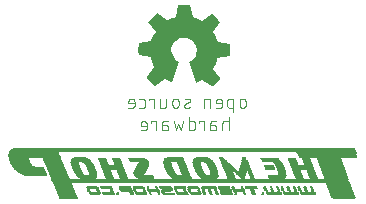
<source format=gbo>
G04 EAGLE Gerber X2 export*
G75*
%MOMM*%
%FSLAX34Y34*%
%LPD*%
%AMOC8*
5,1,8,0,0,1.08239X$1,22.5*%
G01*
%ADD10R,1.295400X0.012700*%
%ADD11R,1.549400X0.012700*%
%ADD12R,1.943100X0.012700*%
%ADD13R,1.562100X0.012700*%
%ADD14R,1.955800X0.012700*%
%ADD15R,1.574800X0.012700*%
%ADD16R,1.968500X0.012700*%
%ADD17R,1.587500X0.012700*%
%ADD18R,1.981200X0.012700*%
%ADD19R,1.143000X0.012700*%
%ADD20R,1.155700X0.012700*%
%ADD21R,0.241300X0.012700*%
%ADD22R,0.266700X0.012700*%
%ADD23R,0.876300X0.012700*%
%ADD24R,0.254000X0.012700*%
%ADD25R,0.749300X0.012700*%
%ADD26R,0.279400X0.012700*%
%ADD27R,0.889000X0.012700*%
%ADD28R,0.736600X0.012700*%
%ADD29R,1.193800X0.012700*%
%ADD30R,0.939800X0.012700*%
%ADD31R,0.825500X0.012700*%
%ADD32R,0.914400X0.012700*%
%ADD33R,0.927100X0.012700*%
%ADD34R,1.219200X0.012700*%
%ADD35R,0.952500X0.012700*%
%ADD36R,0.863600X0.012700*%
%ADD37R,1.244600X0.012700*%
%ADD38R,1.231900X0.012700*%
%ADD39R,0.977900X0.012700*%
%ADD40R,0.901700X0.012700*%
%ADD41R,0.965200X0.012700*%
%ADD42R,1.257300X0.012700*%
%ADD43R,1.270000X0.012700*%
%ADD44R,1.003300X0.012700*%
%ADD45R,0.990600X0.012700*%
%ADD46R,1.282700X0.012700*%
%ADD47R,1.016000X0.012700*%
%ADD48R,0.228600X0.012700*%
%ADD49R,1.993900X0.012700*%
%ADD50R,0.812800X0.012700*%
%ADD51R,1.028700X0.012700*%
%ADD52R,1.041400X0.012700*%
%ADD53R,0.850900X0.012700*%
%ADD54R,0.304800X0.012700*%
%ADD55R,0.292100X0.012700*%
%ADD56R,1.600200X0.012700*%
%ADD57R,0.838200X0.012700*%
%ADD58R,1.181100X0.012700*%
%ADD59R,25.133300X0.012700*%
%ADD60R,25.146000X0.012700*%
%ADD61R,25.158700X0.012700*%
%ADD62R,0.673100X0.012700*%
%ADD63R,1.308100X0.012700*%
%ADD64R,0.165100X0.012700*%
%ADD65R,1.524000X0.012700*%
%ADD66R,0.660400X0.012700*%
%ADD67R,1.206500X0.012700*%
%ADD68R,1.333500X0.012700*%
%ADD69R,0.190500X0.012700*%
%ADD70R,1.536700X0.012700*%
%ADD71R,1.346200X0.012700*%
%ADD72R,0.203200X0.012700*%
%ADD73R,1.371600X0.012700*%
%ADD74R,1.397000X0.012700*%
%ADD75R,0.685800X0.012700*%
%ADD76R,1.409700X0.012700*%
%ADD77R,1.612900X0.012700*%
%ADD78R,1.435100X0.012700*%
%ADD79R,1.638300X0.012700*%
%ADD80R,1.422400X0.012700*%
%ADD81R,1.447800X0.012700*%
%ADD82R,1.651000X0.012700*%
%ADD83R,1.473200X0.012700*%
%ADD84R,0.330200X0.012700*%
%ADD85R,1.663700X0.012700*%
%ADD86R,1.460500X0.012700*%
%ADD87R,0.647700X0.012700*%
%ADD88R,0.342900X0.012700*%
%ADD89R,1.485900X0.012700*%
%ADD90R,0.355600X0.012700*%
%ADD91R,1.689100X0.012700*%
%ADD92R,1.498600X0.012700*%
%ADD93R,0.393700X0.012700*%
%ADD94R,1.511300X0.012700*%
%ADD95R,1.701800X0.012700*%
%ADD96R,0.406400X0.012700*%
%ADD97R,0.431800X0.012700*%
%ADD98R,1.727200X0.012700*%
%ADD99R,0.444500X0.012700*%
%ADD100R,0.469900X0.012700*%
%ADD101R,1.739900X0.012700*%
%ADD102R,0.482600X0.012700*%
%ADD103R,1.752600X0.012700*%
%ADD104R,0.508000X0.012700*%
%ADD105R,1.625600X0.012700*%
%ADD106R,0.533400X0.012700*%
%ADD107R,1.765300X0.012700*%
%ADD108R,0.317500X0.012700*%
%ADD109R,0.546100X0.012700*%
%ADD110R,0.571500X0.012700*%
%ADD111R,1.676400X0.012700*%
%ADD112R,1.778000X0.012700*%
%ADD113R,0.584200X0.012700*%
%ADD114R,0.596900X0.012700*%
%ADD115R,0.698500X0.012700*%
%ADD116R,0.787400X0.012700*%
%ADD117R,0.774700X0.012700*%
%ADD118R,0.762000X0.012700*%
%ADD119R,0.622300X0.012700*%
%ADD120R,1.854200X0.012700*%
%ADD121R,0.723900X0.012700*%
%ADD122R,0.711200X0.012700*%
%ADD123R,1.892300X0.012700*%
%ADD124R,0.800100X0.012700*%
%ADD125R,1.930400X0.012700*%
%ADD126R,2.019300X0.012700*%
%ADD127R,2.044700X0.012700*%
%ADD128R,2.070100X0.012700*%
%ADD129R,2.095500X0.012700*%
%ADD130R,2.108200X0.012700*%
%ADD131R,2.146300X0.012700*%
%ADD132R,2.159000X0.012700*%
%ADD133R,2.184400X0.012700*%
%ADD134R,2.197100X0.012700*%
%ADD135R,2.209800X0.012700*%
%ADD136R,2.222500X0.012700*%
%ADD137R,2.235200X0.012700*%
%ADD138R,2.260600X0.012700*%
%ADD139R,2.273300X0.012700*%
%ADD140R,2.286000X0.012700*%
%ADD141R,2.298700X0.012700*%
%ADD142R,2.324100X0.012700*%
%ADD143R,2.336800X0.012700*%
%ADD144R,1.054100X0.012700*%
%ADD145R,2.349500X0.012700*%
%ADD146R,0.368300X0.012700*%
%ADD147R,2.362200X0.012700*%
%ADD148R,2.374900X0.012700*%
%ADD149R,2.387600X0.012700*%
%ADD150R,2.400300X0.012700*%
%ADD151R,0.381000X0.012700*%
%ADD152R,2.413000X0.012700*%
%ADD153R,2.425700X0.012700*%
%ADD154R,2.438400X0.012700*%
%ADD155R,2.451100X0.012700*%
%ADD156R,1.866900X0.012700*%
%ADD157R,2.463800X0.012700*%
%ADD158R,2.476500X0.012700*%
%ADD159R,1.879600X0.012700*%
%ADD160R,2.489200X0.012700*%
%ADD161R,1.066800X0.012700*%
%ADD162R,2.501900X0.012700*%
%ADD163R,2.514600X0.012700*%
%ADD164R,2.527300X0.012700*%
%ADD165R,0.088900X0.012700*%
%ADD166R,1.917700X0.012700*%
%ADD167R,1.828800X0.012700*%
%ADD168R,1.790700X0.012700*%
%ADD169R,1.714500X0.012700*%
%ADD170R,0.635000X0.012700*%
%ADD171R,0.609600X0.012700*%
%ADD172R,0.558800X0.012700*%
%ADD173R,0.520700X0.012700*%
%ADD174R,0.495300X0.012700*%
%ADD175R,1.803400X0.012700*%
%ADD176R,0.457200X0.012700*%
%ADD177R,0.419100X0.012700*%
%ADD178R,1.384300X0.012700*%
%ADD179R,1.358900X0.012700*%
%ADD180R,1.320800X0.012700*%
%ADD181R,1.079500X0.012700*%
%ADD182R,2.006600X0.012700*%
%ADD183R,1.905000X0.012700*%
%ADD184R,4.876800X0.012700*%
%ADD185R,4.381500X0.012700*%
%ADD186R,4.927600X0.012700*%
%ADD187R,4.368800X0.012700*%
%ADD188R,4.965700X0.012700*%
%ADD189R,4.953000X0.012700*%
%ADD190R,4.356100X0.012700*%
%ADD191R,4.978400X0.012700*%
%ADD192R,4.343400X0.012700*%
%ADD193R,4.330700X0.012700*%
%ADD194R,4.991100X0.012700*%
%ADD195R,4.318000X0.012700*%
%ADD196R,4.305300X0.012700*%
%ADD197R,4.292600X0.012700*%
%ADD198R,4.267200X0.012700*%
%ADD199R,5.003800X0.012700*%
%ADD200R,4.254500X0.012700*%
%ADD201R,4.241800X0.012700*%
%ADD202R,4.229100X0.012700*%
%ADD203R,4.216400X0.012700*%
%ADD204R,4.203700X0.012700*%
%ADD205R,4.191000X0.012700*%
%ADD206R,4.178300X0.012700*%
%ADD207R,4.165600X0.012700*%
%ADD208R,4.152900X0.012700*%
%ADD209R,4.140200X0.012700*%
%ADD210R,24.993600X0.012700*%
%ADD211R,4.127500X0.012700*%
%ADD212R,29.298900X0.012700*%
%ADD213R,29.286200X0.012700*%
%ADD214R,29.273500X0.012700*%
%ADD215R,29.260800X0.012700*%
%ADD216R,29.235400X0.012700*%
%ADD217R,29.222700X0.012700*%
%ADD218R,29.210000X0.012700*%
%ADD219R,29.197300X0.012700*%
%ADD220R,29.184600X0.012700*%
%ADD221R,29.159200X0.012700*%
%ADD222R,29.146500X0.012700*%
%ADD223R,29.121100X0.012700*%
%ADD224R,29.095700X0.012700*%
%ADD225R,29.070300X0.012700*%
%ADD226R,29.032200X0.012700*%
%ADD227R,28.981400X0.012700*%
%ADD228R,28.930600X0.012700*%
%ADD229R,28.892500X0.012700*%
%ADD230R,28.816300X0.012700*%
%ADD231R,28.600400X0.012700*%
%ADD232R,0.012700X0.012700*%
%ADD233C,0.101600*%

G36*
X195248Y359094D02*
X195248Y359094D01*
X195299Y359099D01*
X195324Y359114D01*
X195335Y359117D01*
X195343Y359125D01*
X195369Y359140D01*
X196893Y360410D01*
X196897Y360417D01*
X196910Y360426D01*
X200466Y363982D01*
X200469Y363987D01*
X200479Y363996D01*
X202003Y365774D01*
X202016Y365803D01*
X202023Y365811D01*
X202024Y365821D01*
X202027Y365827D01*
X202056Y365878D01*
X202056Y365891D01*
X202061Y365902D01*
X202053Y365960D01*
X202051Y366019D01*
X202043Y366034D01*
X202042Y366042D01*
X202034Y366052D01*
X202013Y366091D01*
X196011Y374093D01*
X196957Y375985D01*
X196958Y375989D01*
X196962Y375996D01*
X197978Y378282D01*
X197978Y378285D01*
X197982Y378291D01*
X198998Y380831D01*
X198999Y380843D01*
X199011Y380875D01*
X199485Y383244D01*
X209980Y384993D01*
X210039Y385021D01*
X210099Y385047D01*
X210102Y385051D01*
X210107Y385054D01*
X210142Y385109D01*
X210179Y385163D01*
X210180Y385170D01*
X210182Y385173D01*
X210182Y385183D01*
X210192Y385243D01*
X210192Y391847D01*
X210190Y391854D01*
X210191Y391868D01*
X209937Y394916D01*
X209917Y394969D01*
X209902Y395024D01*
X209892Y395034D01*
X209887Y395047D01*
X209841Y395081D01*
X209799Y395120D01*
X209781Y395126D01*
X209774Y395132D01*
X209761Y395133D01*
X209722Y395145D01*
X199709Y396647D01*
X199000Y398540D01*
X198238Y400572D01*
X198235Y400576D01*
X198232Y400586D01*
X197216Y402872D01*
X197211Y402877D01*
X197206Y402892D01*
X196012Y405042D01*
X201766Y413549D01*
X201782Y413599D01*
X201806Y413646D01*
X201804Y413665D01*
X201810Y413683D01*
X201797Y413734D01*
X201791Y413786D01*
X201777Y413809D01*
X201775Y413819D01*
X201766Y413828D01*
X201749Y413855D01*
X200225Y415633D01*
X200219Y415637D01*
X200212Y415648D01*
X196656Y419204D01*
X196650Y419207D01*
X196641Y419217D01*
X194863Y420741D01*
X194813Y420764D01*
X194766Y420793D01*
X194750Y420792D01*
X194735Y420799D01*
X194681Y420792D01*
X194626Y420791D01*
X194605Y420781D01*
X194595Y420780D01*
X194586Y420772D01*
X194553Y420756D01*
X186040Y414747D01*
X183128Y416203D01*
X181096Y417219D01*
X181083Y417221D01*
X181049Y417237D01*
X178407Y417958D01*
X176405Y428217D01*
X176377Y428272D01*
X176353Y428329D01*
X176345Y428334D01*
X176341Y428343D01*
X176287Y428374D01*
X176237Y428409D01*
X176225Y428411D01*
X176219Y428414D01*
X176207Y428414D01*
X176157Y428422D01*
X166505Y428422D01*
X166440Y428403D01*
X166374Y428386D01*
X166372Y428384D01*
X166369Y428383D01*
X166324Y428332D01*
X166278Y428283D01*
X166277Y428279D01*
X166276Y428277D01*
X166275Y428271D01*
X166254Y428205D01*
X164754Y417953D01*
X163133Y417490D01*
X161355Y416982D01*
X161344Y416975D01*
X161311Y416965D01*
X159285Y415952D01*
X157135Y414997D01*
X148617Y421010D01*
X148563Y421028D01*
X148513Y421052D01*
X148498Y421051D01*
X148483Y421056D01*
X148429Y421043D01*
X148373Y421036D01*
X148355Y421025D01*
X148346Y421023D01*
X148337Y421014D01*
X148304Y420993D01*
X144240Y417437D01*
X144237Y417432D01*
X144228Y417426D01*
X142450Y415648D01*
X142446Y415642D01*
X142436Y415633D01*
X140912Y413855D01*
X140887Y413800D01*
X140858Y413747D01*
X140858Y413736D01*
X140854Y413727D01*
X140862Y413667D01*
X140866Y413606D01*
X140872Y413594D01*
X140873Y413588D01*
X140881Y413578D01*
X140905Y413535D01*
X147146Y405547D01*
X145970Y403665D01*
X145969Y403661D01*
X145965Y403656D01*
X144949Y401878D01*
X144946Y401866D01*
X144928Y401833D01*
X144421Y400312D01*
X143457Y397660D01*
X133188Y395906D01*
X133141Y395883D01*
X133091Y395868D01*
X133078Y395853D01*
X133061Y395845D01*
X133033Y395800D01*
X133000Y395760D01*
X132993Y395735D01*
X132987Y395725D01*
X132987Y395713D01*
X132979Y395682D01*
X132725Y393144D01*
X132471Y391116D01*
X132473Y391106D01*
X132469Y391085D01*
X132469Y388799D01*
X132471Y388791D01*
X132470Y388776D01*
X132724Y385982D01*
X132744Y385932D01*
X132756Y385881D01*
X132769Y385868D01*
X132776Y385850D01*
X132818Y385819D01*
X132856Y385782D01*
X132880Y385773D01*
X132889Y385767D01*
X132902Y385766D01*
X132933Y385755D01*
X142937Y384005D01*
X143401Y382379D01*
X143403Y382376D01*
X143404Y382369D01*
X144928Y377797D01*
X144935Y377786D01*
X144954Y377742D01*
X146137Y375849D01*
X140132Y366841D01*
X140116Y366792D01*
X140093Y366745D01*
X140095Y366726D01*
X140089Y366707D01*
X140103Y366657D01*
X140108Y366605D01*
X140122Y366582D01*
X140125Y366571D01*
X140134Y366562D01*
X140150Y366536D01*
X143198Y362980D01*
X143204Y362976D01*
X143205Y362974D01*
X143206Y362973D01*
X143212Y362966D01*
X146514Y359664D01*
X146571Y359632D01*
X146628Y359598D01*
X146633Y359598D01*
X146637Y359596D01*
X146703Y359600D01*
X146769Y359601D01*
X146774Y359604D01*
X146778Y359604D01*
X146784Y359609D01*
X146842Y359638D01*
X155091Y365638D01*
X160283Y362671D01*
X160316Y362663D01*
X160346Y362645D01*
X160384Y362646D01*
X160420Y362638D01*
X160453Y362649D01*
X160487Y362650D01*
X160518Y362671D01*
X160553Y362683D01*
X160575Y362710D01*
X160604Y362729D01*
X160638Y362787D01*
X160642Y362792D01*
X160642Y362795D01*
X160645Y362799D01*
X167249Y379817D01*
X167249Y379820D01*
X167251Y379822D01*
X167255Y379890D01*
X167261Y379957D01*
X167260Y379960D01*
X167260Y379963D01*
X167228Y380022D01*
X167197Y380083D01*
X167194Y380084D01*
X167193Y380087D01*
X167127Y380135D01*
X165357Y381032D01*
X163805Y382231D01*
X162505Y383700D01*
X161504Y385386D01*
X160837Y387231D01*
X160528Y389167D01*
X160587Y391127D01*
X161012Y393042D01*
X161789Y394842D01*
X162889Y396465D01*
X164275Y397853D01*
X165896Y398957D01*
X167695Y399737D01*
X169609Y400166D01*
X171579Y400229D01*
X173515Y400075D01*
X175380Y399566D01*
X177118Y398719D01*
X178668Y397565D01*
X179977Y396142D01*
X180999Y394501D01*
X181698Y392699D01*
X182050Y390798D01*
X182043Y388865D01*
X181676Y386967D01*
X180964Y385170D01*
X179930Y383536D01*
X178610Y382124D01*
X177051Y380981D01*
X175285Y380137D01*
X175284Y380136D01*
X175282Y380136D01*
X175232Y380089D01*
X175180Y380043D01*
X175180Y380042D01*
X175178Y380040D01*
X175160Y379974D01*
X175141Y379908D01*
X175142Y379906D01*
X175141Y379904D01*
X175156Y379824D01*
X181252Y362552D01*
X181270Y362527D01*
X181279Y362497D01*
X181310Y362471D01*
X181334Y362438D01*
X181363Y362426D01*
X181387Y362406D01*
X181427Y362400D01*
X181464Y362385D01*
X181495Y362390D01*
X181526Y362386D01*
X181602Y362410D01*
X181603Y362410D01*
X181604Y362410D01*
X183121Y363169D01*
X184892Y363928D01*
X184900Y363934D01*
X184918Y363941D01*
X186559Y364879D01*
X195065Y359125D01*
X195113Y359109D01*
X195158Y359086D01*
X195179Y359088D01*
X195199Y359082D01*
X195248Y359094D01*
G37*
D10*
X72443Y263791D03*
D11*
X73713Y263918D03*
X73586Y264045D03*
D12*
X306314Y264172D03*
D13*
X73523Y264172D03*
D14*
X306250Y264299D03*
D13*
X73523Y264299D03*
D12*
X306187Y264426D03*
D15*
X73459Y264426D03*
D14*
X306123Y264553D03*
D13*
X73396Y264553D03*
D16*
X306060Y264680D03*
D15*
X73332Y264680D03*
D14*
X305996Y264807D03*
D15*
X73332Y264807D03*
D16*
X305933Y264934D03*
D15*
X73205Y264934D03*
D16*
X305806Y265061D03*
D17*
X73142Y265061D03*
D16*
X305806Y265188D03*
D17*
X73142Y265188D03*
D18*
X305742Y265315D03*
D17*
X73015Y265315D03*
D16*
X305679Y265442D03*
D17*
X73015Y265442D03*
D18*
X305615Y265569D03*
D17*
X72888Y265569D03*
D18*
X305615Y265696D03*
D17*
X72888Y265696D03*
D18*
X305488Y265823D03*
D17*
X72888Y265823D03*
D18*
X305488Y265950D03*
D17*
X72761Y265950D03*
D16*
X305425Y266077D03*
D17*
X72761Y266077D03*
D18*
X305361Y266204D03*
D17*
X72634Y266204D03*
D18*
X305361Y266331D03*
D17*
X72634Y266331D03*
D16*
X305298Y266458D03*
D17*
X72507Y266458D03*
D18*
X305234Y266585D03*
D17*
X72507Y266585D03*
D18*
X305234Y266712D03*
D17*
X72380Y266712D03*
D18*
X305107Y266839D03*
D17*
X72380Y266839D03*
D18*
X305107Y266966D03*
D15*
X72316Y266966D03*
D18*
X305107Y267093D03*
D17*
X72253Y267093D03*
D18*
X304980Y267220D03*
D19*
X277167Y267220D03*
D20*
X262626Y267220D03*
X248275Y267220D03*
D21*
X238369Y267220D03*
D22*
X230495Y267220D03*
D21*
X222748Y267220D03*
X215382Y267220D03*
D23*
X206873Y267220D03*
D24*
X199824Y267220D03*
D21*
X194554Y267220D03*
X189220Y267220D03*
D25*
X181473Y267220D03*
D23*
X170551Y267220D03*
X158994Y267220D03*
D21*
X150358Y267220D03*
X142992Y267220D03*
D25*
X135245Y267220D03*
D26*
X127307Y267220D03*
D24*
X115623Y267220D03*
D27*
X107114Y267220D03*
D28*
X96192Y267220D03*
D17*
X72253Y267220D03*
D18*
X304980Y267347D03*
D29*
X276913Y267347D03*
X262435Y267347D03*
X247957Y267347D03*
D24*
X238305Y267347D03*
D22*
X230495Y267347D03*
D21*
X222748Y267347D03*
X215382Y267347D03*
D30*
X207190Y267347D03*
D21*
X199761Y267347D03*
X194554Y267347D03*
X189220Y267347D03*
D31*
X181473Y267347D03*
D32*
X170233Y267347D03*
X158676Y267347D03*
D21*
X150231Y267347D03*
X142992Y267347D03*
D31*
X135245Y267347D03*
D22*
X127244Y267347D03*
D21*
X115560Y267347D03*
D33*
X107305Y267347D03*
D31*
X96129Y267347D03*
D17*
X72126Y267347D03*
D18*
X304980Y267474D03*
D34*
X276659Y267474D03*
X262308Y267474D03*
X247830Y267474D03*
D21*
X238242Y267474D03*
D26*
X230431Y267474D03*
D21*
X222621Y267474D03*
D24*
X215318Y267474D03*
D35*
X207254Y267474D03*
D21*
X199761Y267474D03*
X194427Y267474D03*
D24*
X189156Y267474D03*
D23*
X181346Y267474D03*
D35*
X170043Y267474D03*
X158486Y267474D03*
D21*
X150231Y267474D03*
X142865Y267474D03*
D23*
X135118Y267474D03*
D26*
X127180Y267474D03*
D21*
X115560Y267474D03*
D35*
X107305Y267474D03*
D36*
X96065Y267474D03*
D17*
X72126Y267474D03*
D18*
X304853Y267601D03*
D37*
X276532Y267601D03*
D38*
X262118Y267601D03*
D37*
X247703Y267601D03*
D21*
X238242Y267601D03*
D22*
X230368Y267601D03*
D21*
X222621Y267601D03*
X215255Y267601D03*
D39*
X207254Y267601D03*
D24*
X199697Y267601D03*
D21*
X194427Y267601D03*
X189093Y267601D03*
D40*
X181346Y267601D03*
D35*
X169916Y267601D03*
X158359Y267601D03*
D21*
X150104Y267601D03*
X142865Y267601D03*
D40*
X135118Y267601D03*
D22*
X127117Y267601D03*
D21*
X115433Y267601D03*
D41*
X107368Y267601D03*
D40*
X96002Y267601D03*
D15*
X72062Y267601D03*
D18*
X304853Y267728D03*
D37*
X276405Y267728D03*
D42*
X261991Y267728D03*
D37*
X247576Y267728D03*
D21*
X238115Y267728D03*
D26*
X230304Y267728D03*
D21*
X222494Y267728D03*
X215255Y267728D03*
D39*
X207254Y267728D03*
D21*
X199634Y267728D03*
X194300Y267728D03*
X189093Y267728D03*
D33*
X181346Y267728D03*
D39*
X169789Y267728D03*
X158232Y267728D03*
D21*
X150104Y267728D03*
X142738Y267728D03*
D30*
X135054Y267728D03*
D26*
X127053Y267728D03*
D21*
X115433Y267728D03*
D39*
X107432Y267728D03*
D33*
X96002Y267728D03*
D17*
X71999Y267728D03*
D18*
X304853Y267855D03*
D42*
X276342Y267855D03*
X261864Y267855D03*
D43*
X247449Y267855D03*
D21*
X238115Y267855D03*
D22*
X230241Y267855D03*
D21*
X222494Y267855D03*
X215128Y267855D03*
D44*
X207254Y267855D03*
D24*
X199570Y267855D03*
D21*
X194300Y267855D03*
X188966Y267855D03*
D35*
X181219Y267855D03*
D39*
X169662Y267855D03*
X158105Y267855D03*
D21*
X150104Y267855D03*
X142738Y267855D03*
D35*
X134991Y267855D03*
D26*
X127053Y267855D03*
D24*
X115369Y267855D03*
D45*
X107368Y267855D03*
D35*
X95875Y267855D03*
D15*
X71935Y267855D03*
D18*
X304726Y267982D03*
D43*
X276278Y267982D03*
X261800Y267982D03*
X247322Y267982D03*
D21*
X237988Y267982D03*
D26*
X230177Y267982D03*
D21*
X222494Y267982D03*
X215128Y267982D03*
D44*
X207254Y267982D03*
D21*
X199507Y267982D03*
D24*
X194236Y267982D03*
D21*
X188966Y267982D03*
D39*
X181219Y267982D03*
D45*
X169598Y267982D03*
X158041Y267982D03*
D21*
X149977Y267982D03*
X142738Y267982D03*
D39*
X134991Y267982D03*
D22*
X126990Y267982D03*
D21*
X115306Y267982D03*
D44*
X107432Y267982D03*
D41*
X95811Y267982D03*
D17*
X71872Y267982D03*
D18*
X304726Y268109D03*
D43*
X276151Y268109D03*
D46*
X261737Y268109D03*
X247259Y268109D03*
D21*
X237988Y268109D03*
D26*
X230177Y268109D03*
D21*
X222367Y268109D03*
X215001Y268109D03*
D44*
X207254Y268109D03*
D21*
X199507Y268109D03*
X194173Y268109D03*
D24*
X188902Y268109D03*
D45*
X181155Y268109D03*
D44*
X169535Y268109D03*
X157978Y268109D03*
D21*
X149977Y268109D03*
X142611Y268109D03*
D39*
X134864Y268109D03*
D26*
X126926Y268109D03*
D21*
X115306Y268109D03*
D47*
X107368Y268109D03*
D39*
X95748Y268109D03*
D15*
X71808Y268109D03*
D18*
X304726Y268236D03*
D46*
X276088Y268236D03*
X261610Y268236D03*
X247259Y268236D03*
D48*
X237924Y268236D03*
D22*
X230114Y268236D03*
D21*
X222367Y268236D03*
X215001Y268236D03*
D47*
X207190Y268236D03*
D21*
X199380Y268236D03*
X194173Y268236D03*
X188839Y268236D03*
D45*
X181028Y268236D03*
D44*
X169408Y268236D03*
X157851Y268236D03*
D21*
X149850Y268236D03*
X142611Y268236D03*
D45*
X134800Y268236D03*
D22*
X126863Y268236D03*
D21*
X115179Y268236D03*
D47*
X107368Y268236D03*
D45*
X95684Y268236D03*
D17*
X71745Y268236D03*
D18*
X304599Y268363D03*
D46*
X275961Y268363D03*
D10*
X261546Y268363D03*
D46*
X247132Y268363D03*
D21*
X237861Y268363D03*
D26*
X230050Y268363D03*
D21*
X222240Y268363D03*
X215001Y268363D03*
D47*
X207190Y268363D03*
D21*
X199380Y268363D03*
X194046Y268363D03*
X188839Y268363D03*
D45*
X181028Y268363D03*
D47*
X169344Y268363D03*
X157787Y268363D03*
D21*
X149850Y268363D03*
X142484Y268363D03*
D45*
X134800Y268363D03*
D26*
X126799Y268363D03*
D21*
X115179Y268363D03*
D44*
X107305Y268363D03*
X95621Y268363D03*
D17*
X71745Y268363D03*
D18*
X304599Y268490D03*
D10*
X275897Y268490D03*
D46*
X261483Y268490D03*
D10*
X247068Y268490D03*
D21*
X237861Y268490D03*
D22*
X229987Y268490D03*
D21*
X222240Y268490D03*
X214874Y268490D03*
D47*
X207063Y268490D03*
D24*
X199316Y268490D03*
D21*
X194046Y268490D03*
X188712Y268490D03*
D44*
X180965Y268490D03*
X169281Y268490D03*
D47*
X157660Y268490D03*
D21*
X149850Y268490D03*
X142484Y268490D03*
D44*
X134737Y268490D03*
D22*
X126736Y268490D03*
D21*
X115052Y268490D03*
D47*
X107241Y268490D03*
D44*
X95621Y268490D03*
D15*
X71681Y268490D03*
D18*
X304599Y268617D03*
D10*
X275897Y268617D03*
X261419Y268617D03*
D46*
X247005Y268617D03*
D21*
X237734Y268617D03*
D26*
X229923Y268617D03*
D21*
X222240Y268617D03*
X214874Y268617D03*
D47*
X207063Y268617D03*
D21*
X199253Y268617D03*
D24*
X193982Y268617D03*
D21*
X188712Y268617D03*
D47*
X180901Y268617D03*
X169217Y268617D03*
D22*
X153787Y268617D03*
D21*
X149723Y268617D03*
X142484Y268617D03*
D47*
X134673Y268617D03*
D22*
X126736Y268617D03*
D21*
X115052Y268617D03*
D47*
X107241Y268617D03*
D44*
X95494Y268617D03*
D17*
X71618Y268617D03*
D49*
X304536Y268744D03*
D21*
X281041Y268744D03*
X275707Y268744D03*
X270500Y268744D03*
D24*
X266626Y268744D03*
X261292Y268744D03*
D48*
X256085Y268744D03*
D24*
X252148Y268744D03*
D21*
X246878Y268744D03*
X241671Y268744D03*
X237734Y268744D03*
D26*
X229923Y268744D03*
D21*
X222113Y268744D03*
X214747Y268744D03*
X210937Y268744D03*
X199253Y268744D03*
X193919Y268744D03*
D24*
X188648Y268744D03*
D21*
X184775Y268744D03*
X177028Y268744D03*
D24*
X173027Y268744D03*
D48*
X165280Y268744D03*
D22*
X153660Y268744D03*
D21*
X149723Y268744D03*
X142357Y268744D03*
D48*
X138483Y268744D03*
X130736Y268744D03*
D26*
X126672Y268744D03*
D48*
X114988Y268744D03*
D21*
X110988Y268744D03*
X99304Y268744D03*
X91557Y268744D03*
D15*
X71554Y268744D03*
D18*
X304472Y268871D03*
D21*
X281041Y268871D03*
X275707Y268871D03*
D48*
X270436Y268871D03*
D21*
X266563Y268871D03*
X261229Y268871D03*
X256022Y268871D03*
D24*
X252148Y268871D03*
D21*
X246878Y268871D03*
D48*
X241607Y268871D03*
D22*
X229860Y268871D03*
D21*
X222113Y268871D03*
X214747Y268871D03*
X210937Y268871D03*
X199126Y268871D03*
X193919Y268871D03*
X188585Y268871D03*
D48*
X184711Y268871D03*
D21*
X176901Y268871D03*
X172964Y268871D03*
D48*
X165153Y268871D03*
D22*
X153660Y268871D03*
D21*
X149596Y268871D03*
X142357Y268871D03*
D48*
X138483Y268871D03*
D21*
X130673Y268871D03*
D22*
X126609Y268871D03*
D21*
X110988Y268871D03*
X99304Y268871D03*
X91557Y268871D03*
D17*
X71491Y268871D03*
D49*
X304409Y268998D03*
D21*
X280914Y268998D03*
X275707Y268998D03*
X270373Y268998D03*
X266563Y268998D03*
X261229Y268998D03*
D48*
X255958Y268998D03*
D21*
X252085Y268998D03*
X246751Y268998D03*
X241544Y268998D03*
D26*
X229796Y268998D03*
D21*
X221986Y268998D03*
X214747Y268998D03*
X210810Y268998D03*
X199126Y268998D03*
X193792Y268998D03*
D24*
X188521Y268998D03*
D21*
X184648Y268998D03*
X176901Y268998D03*
D24*
X172900Y268998D03*
D48*
X165153Y268998D03*
D22*
X153533Y268998D03*
D21*
X149596Y268998D03*
X142230Y268998D03*
X138420Y268998D03*
D48*
X130609Y268998D03*
D26*
X126545Y268998D03*
D21*
X110988Y268998D03*
X99304Y268998D03*
X91430Y268998D03*
D15*
X71427Y268998D03*
D18*
X304345Y269125D03*
D21*
X280914Y269125D03*
X275580Y269125D03*
X270373Y269125D03*
X266436Y269125D03*
X261229Y269125D03*
X255895Y269125D03*
X252085Y269125D03*
X246751Y269125D03*
D48*
X241480Y269125D03*
D22*
X229733Y269125D03*
D21*
X221986Y269125D03*
X214620Y269125D03*
X210810Y269125D03*
D24*
X199062Y269125D03*
D21*
X193792Y269125D03*
X188458Y269125D03*
X184648Y269125D03*
X176774Y269125D03*
X172837Y269125D03*
D48*
X165026Y269125D03*
D22*
X153533Y269125D03*
D21*
X149596Y269125D03*
X142230Y269125D03*
X138420Y269125D03*
X130546Y269125D03*
D22*
X126482Y269125D03*
D21*
X110988Y269125D03*
X99177Y269125D03*
X91430Y269125D03*
D15*
X71427Y269125D03*
D18*
X304345Y269252D03*
D24*
X280850Y269252D03*
D21*
X275580Y269252D03*
X270246Y269252D03*
X266436Y269252D03*
X261102Y269252D03*
X255895Y269252D03*
X251958Y269252D03*
X246751Y269252D03*
X241417Y269252D03*
D26*
X229669Y269252D03*
D21*
X221986Y269252D03*
X214620Y269252D03*
X210810Y269252D03*
X198999Y269252D03*
D24*
X193728Y269252D03*
D21*
X188458Y269252D03*
D48*
X184584Y269252D03*
D21*
X176774Y269252D03*
X172837Y269252D03*
D48*
X165026Y269252D03*
D26*
X153469Y269252D03*
D21*
X149469Y269252D03*
D48*
X142166Y269252D03*
D21*
X138293Y269252D03*
X130546Y269252D03*
D22*
X126482Y269252D03*
D21*
X110861Y269252D03*
X99177Y269252D03*
D48*
X91366Y269252D03*
D17*
X71364Y269252D03*
D49*
X304282Y269379D03*
D21*
X280787Y269379D03*
X275453Y269379D03*
X270246Y269379D03*
D24*
X266372Y269379D03*
D21*
X261102Y269379D03*
X255768Y269379D03*
X251958Y269379D03*
X246624Y269379D03*
X241417Y269379D03*
D26*
X229669Y269379D03*
D21*
X221859Y269379D03*
X214493Y269379D03*
X210683Y269379D03*
X198999Y269379D03*
X193665Y269379D03*
D24*
X188394Y269379D03*
D21*
X184521Y269379D03*
X176647Y269379D03*
D24*
X172773Y269379D03*
D48*
X164899Y269379D03*
D22*
X153406Y269379D03*
D21*
X149469Y269379D03*
X142103Y269379D03*
X138293Y269379D03*
X130419Y269379D03*
D26*
X126418Y269379D03*
D21*
X110861Y269379D03*
X99177Y269379D03*
X91303Y269379D03*
D15*
X71300Y269379D03*
D18*
X304218Y269506D03*
D21*
X280787Y269506D03*
X275453Y269506D03*
X270119Y269506D03*
X266309Y269506D03*
X260975Y269506D03*
X255768Y269506D03*
D24*
X251894Y269506D03*
D21*
X246624Y269506D03*
X241290Y269506D03*
D22*
X229606Y269506D03*
D21*
X221859Y269506D03*
X214493Y269506D03*
X210683Y269506D03*
X198872Y269506D03*
X193665Y269506D03*
X188331Y269506D03*
X184521Y269506D03*
X176647Y269506D03*
X172710Y269506D03*
D48*
X164899Y269506D03*
D22*
X153406Y269506D03*
D21*
X149342Y269506D03*
X142103Y269506D03*
X138293Y269506D03*
X130419Y269506D03*
D22*
X126355Y269506D03*
D24*
X110797Y269506D03*
D21*
X99050Y269506D03*
X91303Y269506D03*
D17*
X71237Y269506D03*
D18*
X304218Y269633D03*
D21*
X280660Y269633D03*
D24*
X275389Y269633D03*
D21*
X270119Y269633D03*
X266309Y269633D03*
X260975Y269633D03*
X255641Y269633D03*
X251831Y269633D03*
X246497Y269633D03*
X241290Y269633D03*
D26*
X229542Y269633D03*
D21*
X221732Y269633D03*
X214493Y269633D03*
D24*
X210619Y269633D03*
D21*
X198872Y269633D03*
X193538Y269633D03*
D24*
X188267Y269633D03*
X184457Y269633D03*
X176583Y269633D03*
X172646Y269633D03*
D21*
X164836Y269633D03*
D22*
X153279Y269633D03*
D21*
X149342Y269633D03*
D24*
X142039Y269633D03*
D21*
X138166Y269633D03*
X130292Y269633D03*
D26*
X126291Y269633D03*
D21*
X110734Y269633D03*
X99050Y269633D03*
X91176Y269633D03*
D15*
X71173Y269633D03*
D49*
X304155Y269760D03*
D21*
X280660Y269760D03*
X275326Y269760D03*
X270119Y269760D03*
X266182Y269760D03*
X260975Y269760D03*
X255641Y269760D03*
X251831Y269760D03*
X246497Y269760D03*
X241163Y269760D03*
D22*
X229479Y269760D03*
D39*
X218049Y269760D03*
D21*
X210556Y269760D03*
D24*
X198808Y269760D03*
D21*
X193538Y269760D03*
X188204Y269760D03*
X184394Y269760D03*
X176520Y269760D03*
X172583Y269760D03*
D48*
X164772Y269760D03*
D22*
X153279Y269760D03*
D39*
X145659Y269760D03*
D21*
X138166Y269760D03*
X130292Y269760D03*
D50*
X123497Y269760D03*
D21*
X110734Y269760D03*
D24*
X98986Y269760D03*
D21*
X91176Y269760D03*
D17*
X71110Y269760D03*
D18*
X304091Y269887D03*
D24*
X280596Y269887D03*
D21*
X275326Y269887D03*
X269992Y269887D03*
X266182Y269887D03*
X260848Y269887D03*
X255641Y269887D03*
X251704Y269887D03*
D24*
X246433Y269887D03*
D21*
X241163Y269887D03*
D26*
X229415Y269887D03*
D39*
X218049Y269887D03*
D21*
X210556Y269887D03*
X198745Y269887D03*
D24*
X193474Y269887D03*
D21*
X188204Y269887D03*
X184394Y269887D03*
X176520Y269887D03*
X172583Y269887D03*
X164709Y269887D03*
D22*
X153279Y269887D03*
D41*
X145595Y269887D03*
D24*
X138102Y269887D03*
X130228Y269887D03*
D32*
X122989Y269887D03*
D24*
X110670Y269887D03*
D21*
X98923Y269887D03*
X91049Y269887D03*
D15*
X71046Y269887D03*
D18*
X304091Y270014D03*
D21*
X280533Y270014D03*
X275199Y270014D03*
X269992Y270014D03*
D24*
X266118Y270014D03*
D21*
X260848Y270014D03*
X255514Y270014D03*
X251704Y270014D03*
X246370Y270014D03*
X241163Y270014D03*
D26*
X229415Y270014D03*
D39*
X217922Y270014D03*
D21*
X210429Y270014D03*
X198745Y270014D03*
X193411Y270014D03*
D24*
X188140Y270014D03*
D21*
X184267Y270014D03*
X176393Y270014D03*
D24*
X172519Y270014D03*
D48*
X164645Y270014D03*
D22*
X153279Y270014D03*
D39*
X145532Y270014D03*
D21*
X138039Y270014D03*
X130165Y270014D03*
D35*
X122799Y270014D03*
D21*
X110607Y270014D03*
X98923Y270014D03*
X91049Y270014D03*
D15*
X71046Y270014D03*
D49*
X304028Y270141D03*
D21*
X280533Y270141D03*
X275199Y270141D03*
X269865Y270141D03*
X266055Y270141D03*
X260721Y270141D03*
X255514Y270141D03*
X251577Y270141D03*
X246370Y270141D03*
X241036Y270141D03*
D22*
X229352Y270141D03*
D39*
X217922Y270141D03*
X206746Y270141D03*
D21*
X198618Y270141D03*
X193411Y270141D03*
X188077Y270141D03*
X184267Y270141D03*
X176393Y270141D03*
X172456Y270141D03*
X164582Y270141D03*
D23*
X156200Y270141D03*
D41*
X145468Y270141D03*
D21*
X138039Y270141D03*
X130165Y270141D03*
D41*
X122608Y270141D03*
D24*
X110543Y270141D03*
X98859Y270141D03*
X90985Y270141D03*
D17*
X70983Y270141D03*
D18*
X303964Y270268D03*
D21*
X280406Y270268D03*
D24*
X275135Y270268D03*
D21*
X269865Y270268D03*
X266055Y270268D03*
X260721Y270268D03*
X255387Y270268D03*
X251577Y270268D03*
X246243Y270268D03*
X241036Y270268D03*
D26*
X229288Y270268D03*
D41*
X217858Y270268D03*
D39*
X206746Y270268D03*
D21*
X198618Y270268D03*
X193284Y270268D03*
D24*
X188013Y270268D03*
X184203Y270268D03*
X176329Y270268D03*
X172392Y270268D03*
D21*
X164582Y270268D03*
D32*
X156390Y270268D03*
D39*
X145405Y270268D03*
D24*
X137975Y270268D03*
D21*
X130038Y270268D03*
D39*
X122545Y270268D03*
D21*
X110480Y270268D03*
X98796Y270268D03*
X90922Y270268D03*
D15*
X70919Y270268D03*
D49*
X303901Y270395D03*
D21*
X280406Y270395D03*
X275072Y270395D03*
D24*
X269801Y270395D03*
D21*
X265928Y270395D03*
X260721Y270395D03*
X255387Y270395D03*
X251577Y270395D03*
X246243Y270395D03*
X240909Y270395D03*
D22*
X229225Y270395D03*
D39*
X217795Y270395D03*
X206619Y270395D03*
D24*
X198554Y270395D03*
D21*
X193284Y270395D03*
X187950Y270395D03*
X184140Y270395D03*
X176266Y270395D03*
X172329Y270395D03*
D48*
X164518Y270395D03*
D33*
X156454Y270395D03*
D39*
X145405Y270395D03*
D21*
X137912Y270395D03*
X130038Y270395D03*
D44*
X122418Y270395D03*
D21*
X110480Y270395D03*
D24*
X98732Y270395D03*
D21*
X90922Y270395D03*
D17*
X70856Y270395D03*
D49*
X303901Y270522D03*
D24*
X280342Y270522D03*
D21*
X275072Y270522D03*
X269738Y270522D03*
X265928Y270522D03*
X260594Y270522D03*
D24*
X255323Y270522D03*
D21*
X251450Y270522D03*
D24*
X246179Y270522D03*
D21*
X240909Y270522D03*
D26*
X229161Y270522D03*
D39*
X217795Y270522D03*
X206619Y270522D03*
D21*
X198491Y270522D03*
D24*
X193220Y270522D03*
D21*
X187950Y270522D03*
X184140Y270522D03*
D24*
X176202Y270522D03*
D21*
X172329Y270522D03*
X164455Y270522D03*
D30*
X156517Y270522D03*
D39*
X145278Y270522D03*
D24*
X137848Y270522D03*
X129974Y270522D03*
D44*
X122291Y270522D03*
D24*
X110416Y270522D03*
D21*
X98669Y270522D03*
X90795Y270522D03*
D15*
X70792Y270522D03*
D18*
X303837Y270649D03*
D21*
X280279Y270649D03*
X274945Y270649D03*
X269738Y270649D03*
D24*
X265864Y270649D03*
D21*
X260594Y270649D03*
X255260Y270649D03*
X251450Y270649D03*
X246116Y270649D03*
D24*
X240845Y270649D03*
D22*
X229098Y270649D03*
D39*
X217668Y270649D03*
D41*
X206555Y270649D03*
D21*
X198491Y270649D03*
X193157Y270649D03*
D24*
X187886Y270649D03*
D21*
X184013Y270649D03*
X176139Y270649D03*
D24*
X172265Y270649D03*
D48*
X164391Y270649D03*
D35*
X156581Y270649D03*
D39*
X145278Y270649D03*
D21*
X137785Y270649D03*
X129911Y270649D03*
D47*
X122227Y270649D03*
D21*
X110353Y270649D03*
X98669Y270649D03*
X90795Y270649D03*
D17*
X70729Y270649D03*
D49*
X303774Y270776D03*
D21*
X280279Y270776D03*
X274945Y270776D03*
X269611Y270776D03*
X265801Y270776D03*
X260467Y270776D03*
X255260Y270776D03*
X251323Y270776D03*
X246116Y270776D03*
X240782Y270776D03*
D22*
X229098Y270776D03*
D39*
X217668Y270776D03*
X206492Y270776D03*
D21*
X198364Y270776D03*
X193157Y270776D03*
X187823Y270776D03*
X184013Y270776D03*
D24*
X176075Y270776D03*
D21*
X172202Y270776D03*
X164328Y270776D03*
D35*
X156708Y270776D03*
D41*
X145214Y270776D03*
D21*
X137785Y270776D03*
D24*
X129847Y270776D03*
D47*
X122100Y270776D03*
D24*
X110289Y270776D03*
X98605Y270776D03*
X90731Y270776D03*
D15*
X70665Y270776D03*
D49*
X303774Y270903D03*
D21*
X280152Y270903D03*
D24*
X274881Y270903D03*
D21*
X269611Y270903D03*
X265801Y270903D03*
X260467Y270903D03*
X255133Y270903D03*
X251323Y270903D03*
X245989Y270903D03*
X240782Y270903D03*
D26*
X229034Y270903D03*
D41*
X217604Y270903D03*
D39*
X206492Y270903D03*
D21*
X198364Y270903D03*
X193030Y270903D03*
D24*
X187759Y270903D03*
X183949Y270903D03*
X176075Y270903D03*
X172138Y270903D03*
D21*
X164328Y270903D03*
D35*
X156835Y270903D03*
D39*
X145151Y270903D03*
D21*
X137658Y270903D03*
X129784Y270903D03*
D51*
X122037Y270903D03*
D21*
X110226Y270903D03*
X98542Y270903D03*
X90668Y270903D03*
D15*
X70665Y270903D03*
D18*
X303710Y271030D03*
D21*
X280152Y271030D03*
X274818Y271030D03*
D24*
X269547Y271030D03*
D21*
X265674Y271030D03*
D24*
X260403Y271030D03*
D21*
X255133Y271030D03*
X251323Y271030D03*
X245989Y271030D03*
X240655Y271030D03*
D22*
X228971Y271030D03*
D39*
X217541Y271030D03*
X206365Y271030D03*
D24*
X198300Y271030D03*
D21*
X193030Y271030D03*
X187696Y271030D03*
X183886Y271030D03*
X176012Y271030D03*
X172075Y271030D03*
D48*
X164264Y271030D03*
D33*
X156962Y271030D03*
D39*
X145151Y271030D03*
D21*
X137658Y271030D03*
X129784Y271030D03*
D52*
X121973Y271030D03*
D21*
X110226Y271030D03*
D24*
X98478Y271030D03*
D21*
X90668Y271030D03*
D17*
X70602Y271030D03*
D49*
X303647Y271157D03*
D24*
X280088Y271157D03*
D21*
X274818Y271157D03*
X269484Y271157D03*
X265674Y271157D03*
X260340Y271157D03*
D24*
X255069Y271157D03*
D21*
X251196Y271157D03*
D24*
X245925Y271157D03*
D21*
X240655Y271157D03*
D26*
X228907Y271157D03*
D41*
X217477Y271157D03*
D39*
X206365Y271157D03*
D21*
X198237Y271157D03*
D24*
X192966Y271157D03*
D21*
X187696Y271157D03*
X183886Y271157D03*
D24*
X175948Y271157D03*
D21*
X172075Y271157D03*
X164201Y271157D03*
D40*
X157089Y271157D03*
D39*
X145024Y271157D03*
D21*
X137531Y271157D03*
D24*
X129720Y271157D03*
D52*
X121846Y271157D03*
D21*
X110099Y271157D03*
X98415Y271157D03*
X90541Y271157D03*
D15*
X70538Y271157D03*
D18*
X303583Y271284D03*
D21*
X280025Y271284D03*
X274691Y271284D03*
X269484Y271284D03*
D24*
X265610Y271284D03*
D21*
X260340Y271284D03*
X255006Y271284D03*
X251196Y271284D03*
X245862Y271284D03*
D24*
X240591Y271284D03*
D22*
X228844Y271284D03*
D21*
X221097Y271284D03*
D24*
X213794Y271284D03*
D39*
X206238Y271284D03*
D21*
X198237Y271284D03*
X192903Y271284D03*
X187569Y271284D03*
X183759Y271284D03*
X175885Y271284D03*
D24*
X172011Y271284D03*
D48*
X164137Y271284D03*
D53*
X157343Y271284D03*
D24*
X148643Y271284D03*
D21*
X141341Y271284D03*
X137531Y271284D03*
X129657Y271284D03*
D22*
X125720Y271284D03*
X117973Y271284D03*
D21*
X110099Y271284D03*
D24*
X98351Y271284D03*
D21*
X90541Y271284D03*
D17*
X70475Y271284D03*
D18*
X303583Y271411D03*
D21*
X280025Y271411D03*
X274691Y271411D03*
X269357Y271411D03*
X265547Y271411D03*
X260213Y271411D03*
X255006Y271411D03*
X251069Y271411D03*
X245862Y271411D03*
X240528Y271411D03*
D26*
X228780Y271411D03*
D21*
X221097Y271411D03*
X213731Y271411D03*
D22*
X209794Y271411D03*
D21*
X198110Y271411D03*
X192903Y271411D03*
X187569Y271411D03*
X183759Y271411D03*
X175885Y271411D03*
X171948Y271411D03*
X164074Y271411D03*
X160391Y271411D03*
X148580Y271411D03*
X141341Y271411D03*
X137531Y271411D03*
D24*
X129593Y271411D03*
X125656Y271411D03*
D26*
X117909Y271411D03*
D24*
X110035Y271411D03*
D21*
X98288Y271411D03*
D24*
X90477Y271411D03*
D17*
X70475Y271411D03*
D49*
X303520Y271538D03*
D21*
X279898Y271538D03*
D24*
X274627Y271538D03*
D21*
X269357Y271538D03*
X265547Y271538D03*
X260213Y271538D03*
X254879Y271538D03*
X251069Y271538D03*
X245735Y271538D03*
X240528Y271538D03*
D26*
X228780Y271538D03*
D21*
X220970Y271538D03*
X213731Y271538D03*
X209794Y271538D03*
X198110Y271538D03*
X192776Y271538D03*
X187569Y271538D03*
X183632Y271538D03*
D24*
X175821Y271538D03*
X171884Y271538D03*
D21*
X164074Y271538D03*
D48*
X160327Y271538D03*
D21*
X148580Y271538D03*
X141214Y271538D03*
X137404Y271538D03*
X129530Y271538D03*
D24*
X125656Y271538D03*
D22*
X117846Y271538D03*
D21*
X109972Y271538D03*
X98288Y271538D03*
X90414Y271538D03*
D17*
X70348Y271538D03*
D18*
X303456Y271665D03*
D21*
X279898Y271665D03*
X274564Y271665D03*
D24*
X269293Y271665D03*
D21*
X265420Y271665D03*
D24*
X260149Y271665D03*
D21*
X254879Y271665D03*
X251069Y271665D03*
X245735Y271665D03*
X240401Y271665D03*
D22*
X228717Y271665D03*
D21*
X220970Y271665D03*
X213604Y271665D03*
D24*
X209730Y271665D03*
X198046Y271665D03*
D21*
X192776Y271665D03*
X187442Y271665D03*
X183632Y271665D03*
X175758Y271665D03*
X171821Y271665D03*
D48*
X164010Y271665D03*
D21*
X160264Y271665D03*
X148580Y271665D03*
X141214Y271665D03*
X137404Y271665D03*
X129530Y271665D03*
D22*
X125593Y271665D03*
D26*
X117782Y271665D03*
D21*
X109972Y271665D03*
X98161Y271665D03*
X90414Y271665D03*
D17*
X70348Y271665D03*
D49*
X303393Y271792D03*
D21*
X279771Y271792D03*
X274564Y271792D03*
X269230Y271792D03*
X265420Y271792D03*
X260086Y271792D03*
X254752Y271792D03*
X250942Y271792D03*
X245608Y271792D03*
X240401Y271792D03*
D26*
X228653Y271792D03*
D48*
X220906Y271792D03*
D21*
X213604Y271792D03*
D24*
X209730Y271792D03*
D21*
X197983Y271792D03*
X192649Y271792D03*
X187442Y271792D03*
D48*
X183568Y271792D03*
D21*
X175758Y271792D03*
X171821Y271792D03*
X163947Y271792D03*
D24*
X160200Y271792D03*
D21*
X148453Y271792D03*
X141087Y271792D03*
X137277Y271792D03*
X129403Y271792D03*
D22*
X125466Y271792D03*
D26*
X117782Y271792D03*
D21*
X109845Y271792D03*
X98161Y271792D03*
X90287Y271792D03*
D15*
X70284Y271792D03*
D18*
X303329Y271919D03*
D21*
X279771Y271919D03*
X274437Y271919D03*
X269230Y271919D03*
D24*
X265356Y271919D03*
D21*
X260086Y271919D03*
X254752Y271919D03*
X250942Y271919D03*
X245608Y271919D03*
D24*
X240337Y271919D03*
D22*
X228590Y271919D03*
D21*
X220843Y271919D03*
D24*
X213540Y271919D03*
X209603Y271919D03*
D21*
X197983Y271919D03*
X192649Y271919D03*
X187315Y271919D03*
X183505Y271919D03*
X175631Y271919D03*
D24*
X171757Y271919D03*
D48*
X163883Y271919D03*
D22*
X160137Y271919D03*
D21*
X148453Y271919D03*
X141087Y271919D03*
X137277Y271919D03*
X129403Y271919D03*
D22*
X125466Y271919D03*
D26*
X117655Y271919D03*
D21*
X109845Y271919D03*
X98034Y271919D03*
X90287Y271919D03*
D17*
X70221Y271919D03*
D18*
X303329Y272046D03*
D21*
X279771Y272046D03*
X274437Y272046D03*
X269103Y272046D03*
X265293Y272046D03*
X259959Y272046D03*
X254752Y272046D03*
X250815Y272046D03*
X245608Y272046D03*
X240274Y272046D03*
D26*
X228526Y272046D03*
D21*
X220843Y272046D03*
X213477Y272046D03*
D24*
X209603Y272046D03*
D21*
X197856Y272046D03*
X192649Y272046D03*
X187315Y272046D03*
D48*
X183441Y272046D03*
D21*
X175631Y272046D03*
X171694Y272046D03*
D48*
X163883Y272046D03*
D22*
X160010Y272046D03*
D21*
X148326Y272046D03*
X141087Y272046D03*
D48*
X137213Y272046D03*
D21*
X129403Y272046D03*
D22*
X125339Y272046D03*
D26*
X117655Y272046D03*
D21*
X109718Y272046D03*
X98034Y272046D03*
X90287Y272046D03*
D17*
X70221Y272046D03*
D49*
X303266Y272173D03*
D21*
X279644Y272173D03*
D24*
X274373Y272173D03*
D21*
X269103Y272173D03*
X265293Y272173D03*
X259959Y272173D03*
X254625Y272173D03*
X250815Y272173D03*
X245481Y272173D03*
X240274Y272173D03*
D26*
X228526Y272173D03*
D21*
X220716Y272173D03*
X213477Y272173D03*
D24*
X209476Y272173D03*
D21*
X197856Y272173D03*
X192522Y272173D03*
X187315Y272173D03*
X183378Y272173D03*
D48*
X175567Y272173D03*
D24*
X171630Y272173D03*
D48*
X163756Y272173D03*
D22*
X160010Y272173D03*
D21*
X148326Y272173D03*
X140960Y272173D03*
X137150Y272173D03*
X129276Y272173D03*
D26*
X125275Y272173D03*
D22*
X117592Y272173D03*
D21*
X109718Y272173D03*
D48*
X97970Y272173D03*
D21*
X90160Y272173D03*
D17*
X70094Y272173D03*
D18*
X303202Y272300D03*
D21*
X279644Y272300D03*
X274310Y272300D03*
D24*
X269039Y272300D03*
D21*
X265166Y272300D03*
D24*
X259895Y272300D03*
D21*
X254625Y272300D03*
X250815Y272300D03*
X245481Y272300D03*
X240147Y272300D03*
D22*
X228463Y272300D03*
D21*
X220716Y272300D03*
X213350Y272300D03*
X209413Y272300D03*
D24*
X197792Y272300D03*
D21*
X192522Y272300D03*
X187188Y272300D03*
D48*
X183314Y272300D03*
D21*
X175504Y272300D03*
X171567Y272300D03*
D48*
X163756Y272300D03*
D22*
X159883Y272300D03*
D48*
X148262Y272300D03*
D21*
X140960Y272300D03*
D48*
X137086Y272300D03*
D21*
X129276Y272300D03*
D26*
X125275Y272300D03*
X117528Y272300D03*
D48*
X109654Y272300D03*
D21*
X97907Y272300D03*
X90160Y272300D03*
D17*
X70094Y272300D03*
D18*
X303202Y272427D03*
D21*
X279517Y272427D03*
X274310Y272427D03*
X268976Y272427D03*
X265166Y272427D03*
X259832Y272427D03*
X254498Y272427D03*
X250688Y272427D03*
X245354Y272427D03*
X240147Y272427D03*
D26*
X228399Y272427D03*
D48*
X220652Y272427D03*
D21*
X213350Y272427D03*
X209413Y272427D03*
X197729Y272427D03*
D24*
X192458Y272427D03*
D21*
X187188Y272427D03*
D48*
X183314Y272427D03*
D21*
X175504Y272427D03*
X171567Y272427D03*
D48*
X163756Y272427D03*
D26*
X159819Y272427D03*
D21*
X148199Y272427D03*
X140833Y272427D03*
X137023Y272427D03*
X129276Y272427D03*
D26*
X125148Y272427D03*
X117528Y272427D03*
D21*
X109591Y272427D03*
D48*
X97843Y272427D03*
D21*
X90160Y272427D03*
D17*
X69967Y272427D03*
D18*
X303075Y272554D03*
D21*
X279517Y272554D03*
X274183Y272554D03*
X268976Y272554D03*
X265039Y272554D03*
X259832Y272554D03*
X254498Y272554D03*
X250688Y272554D03*
X245354Y272554D03*
D24*
X240083Y272554D03*
D51*
X228336Y272554D03*
D21*
X220589Y272554D03*
D24*
X213286Y272554D03*
D21*
X209286Y272554D03*
D10*
X192458Y272554D03*
D44*
X179314Y272554D03*
D51*
X167630Y272554D03*
D54*
X159565Y272554D03*
D21*
X148199Y272554D03*
X140833Y272554D03*
D47*
X133022Y272554D03*
D55*
X125085Y272554D03*
D26*
X117528Y272554D03*
D47*
X105590Y272554D03*
X93906Y272554D03*
D17*
X69967Y272554D03*
D18*
X303075Y272681D03*
D21*
X279517Y272681D03*
X274183Y272681D03*
X268849Y272681D03*
X265039Y272681D03*
X259705Y272681D03*
X254498Y272681D03*
X250561Y272681D03*
X245354Y272681D03*
X240020Y272681D03*
D47*
X228272Y272681D03*
D48*
X220525Y272681D03*
D21*
X213223Y272681D03*
D47*
X205412Y272681D03*
D10*
X192331Y272681D03*
D47*
X179250Y272681D03*
X167566Y272681D03*
X155882Y272681D03*
D21*
X148072Y272681D03*
X140833Y272681D03*
D47*
X133022Y272681D03*
D52*
X121211Y272681D03*
D47*
X105590Y272681D03*
D44*
X93843Y272681D03*
D17*
X69967Y272681D03*
D18*
X303075Y272808D03*
D21*
X279390Y272808D03*
D24*
X274119Y272808D03*
D21*
X268849Y272808D03*
X265039Y272808D03*
X259705Y272808D03*
X254371Y272808D03*
X250561Y272808D03*
X245227Y272808D03*
X240020Y272808D03*
D47*
X228272Y272808D03*
D21*
X220462Y272808D03*
X213223Y272808D03*
D44*
X205349Y272808D03*
D10*
X192331Y272808D03*
D44*
X179187Y272808D03*
D47*
X167566Y272808D03*
D51*
X155819Y272808D03*
D21*
X148072Y272808D03*
X140706Y272808D03*
D44*
X132959Y272808D03*
D52*
X121211Y272808D03*
D47*
X105463Y272808D03*
D44*
X93843Y272808D03*
D17*
X69840Y272808D03*
D18*
X302948Y272935D03*
D21*
X279390Y272935D03*
X274056Y272935D03*
D24*
X268785Y272935D03*
D21*
X264912Y272935D03*
D24*
X259641Y272935D03*
D21*
X254371Y272935D03*
X250561Y272935D03*
X245227Y272935D03*
X239893Y272935D03*
D47*
X228145Y272935D03*
D21*
X220462Y272935D03*
X213096Y272935D03*
D44*
X205222Y272935D03*
D10*
X192331Y272935D03*
D45*
X179123Y272935D03*
D44*
X167503Y272935D03*
D47*
X155755Y272935D03*
D48*
X148008Y272935D03*
D21*
X140706Y272935D03*
D45*
X132895Y272935D03*
D51*
X121148Y272935D03*
D44*
X105400Y272935D03*
D45*
X93779Y272935D03*
D17*
X69840Y272935D03*
D18*
X302948Y273062D03*
D21*
X279263Y273062D03*
X274056Y273062D03*
X268722Y273062D03*
X264912Y273062D03*
X259578Y273062D03*
X254244Y273062D03*
X250434Y273062D03*
X245100Y273062D03*
X239893Y273062D03*
D47*
X228145Y273062D03*
D48*
X220398Y273062D03*
D21*
X213096Y273062D03*
D44*
X205222Y273062D03*
D46*
X192268Y273062D03*
D39*
X179060Y273062D03*
D44*
X167503Y273062D03*
D47*
X155628Y273062D03*
D21*
X147945Y273062D03*
X140579Y273062D03*
D39*
X132832Y273062D03*
D51*
X121148Y273062D03*
D45*
X105336Y273062D03*
D39*
X93716Y273062D03*
D17*
X69713Y273062D03*
D18*
X302821Y273189D03*
D21*
X279263Y273189D03*
X273929Y273189D03*
X268722Y273189D03*
X264785Y273189D03*
X259578Y273189D03*
X254244Y273189D03*
X250434Y273189D03*
X245100Y273189D03*
D24*
X239829Y273189D03*
D51*
X228082Y273189D03*
D21*
X220335Y273189D03*
D24*
X213032Y273189D03*
D45*
X205158Y273189D03*
D46*
X192268Y273189D03*
D41*
X178996Y273189D03*
D45*
X167439Y273189D03*
D44*
X155565Y273189D03*
D21*
X147945Y273189D03*
X140579Y273189D03*
D41*
X132768Y273189D03*
D44*
X121148Y273189D03*
D45*
X105209Y273189D03*
D41*
X93652Y273189D03*
D17*
X69713Y273189D03*
D18*
X302821Y273316D03*
D48*
X279199Y273316D03*
D21*
X273929Y273316D03*
X268595Y273316D03*
X264785Y273316D03*
X259451Y273316D03*
X254244Y273316D03*
X250307Y273316D03*
X245100Y273316D03*
X239766Y273316D03*
D47*
X228018Y273316D03*
D48*
X220271Y273316D03*
D21*
X212969Y273316D03*
D45*
X205031Y273316D03*
D43*
X192204Y273316D03*
D41*
X178996Y273316D03*
D45*
X167439Y273316D03*
X155501Y273316D03*
D21*
X147818Y273316D03*
X140579Y273316D03*
D35*
X132705Y273316D03*
D44*
X121148Y273316D03*
D39*
X105146Y273316D03*
D35*
X93589Y273316D03*
D17*
X69713Y273316D03*
D18*
X302821Y273443D03*
D21*
X279136Y273443D03*
D24*
X273865Y273443D03*
D21*
X268595Y273443D03*
D48*
X264721Y273443D03*
D21*
X259451Y273443D03*
X254117Y273443D03*
X250307Y273443D03*
X244973Y273443D03*
X239766Y273443D03*
D47*
X228018Y273443D03*
D21*
X220208Y273443D03*
X212969Y273443D03*
D39*
X204968Y273443D03*
D42*
X192268Y273443D03*
D33*
X178933Y273443D03*
D39*
X167376Y273443D03*
X155311Y273443D03*
D21*
X147818Y273443D03*
X140452Y273443D03*
D33*
X132705Y273443D03*
D45*
X121084Y273443D03*
D39*
X105019Y273443D03*
D30*
X93525Y273443D03*
D17*
X69586Y273443D03*
D18*
X302694Y273570D03*
D48*
X279072Y273570D03*
D21*
X273802Y273570D03*
D24*
X268531Y273570D03*
D21*
X264658Y273570D03*
D24*
X259387Y273570D03*
D21*
X254117Y273570D03*
X250307Y273570D03*
X244973Y273570D03*
X239639Y273570D03*
D47*
X227891Y273570D03*
D48*
X220144Y273570D03*
D21*
X212842Y273570D03*
D41*
X204777Y273570D03*
D42*
X192268Y273570D03*
D40*
X178933Y273570D03*
D41*
X167439Y273570D03*
X155247Y273570D03*
D48*
X147754Y273570D03*
D21*
X140452Y273570D03*
D32*
X132641Y273570D03*
D39*
X121148Y273570D03*
D41*
X104955Y273570D03*
D32*
X93525Y273570D03*
D17*
X69586Y273570D03*
D18*
X302694Y273697D03*
D21*
X279009Y273697D03*
X273802Y273697D03*
X268468Y273697D03*
X264658Y273697D03*
X259324Y273697D03*
X253990Y273697D03*
X250180Y273697D03*
X244846Y273697D03*
X239639Y273697D03*
D47*
X227891Y273697D03*
D48*
X220144Y273697D03*
D21*
X212842Y273697D03*
D30*
X204650Y273697D03*
D38*
X192268Y273697D03*
D23*
X178806Y273697D03*
D35*
X167503Y273697D03*
D30*
X155120Y273697D03*
D21*
X147691Y273697D03*
X140325Y273697D03*
D23*
X132578Y273697D03*
D41*
X121211Y273697D03*
D30*
X104828Y273697D03*
D23*
X93462Y273697D03*
D56*
X69522Y273697D03*
D16*
X302631Y273824D03*
D21*
X279009Y273824D03*
X273675Y273824D03*
X268468Y273824D03*
X264531Y273824D03*
X259324Y273824D03*
X253990Y273824D03*
X250180Y273824D03*
X244846Y273824D03*
X239512Y273824D03*
D51*
X227828Y273824D03*
D21*
X220081Y273824D03*
X212715Y273824D03*
D32*
X204523Y273824D03*
D34*
X192331Y273824D03*
D57*
X178742Y273824D03*
D33*
X167503Y273824D03*
X154930Y273824D03*
D48*
X147627Y273824D03*
D21*
X140325Y273824D03*
D31*
X132451Y273824D03*
D30*
X121211Y273824D03*
D33*
X104638Y273824D03*
D57*
X93398Y273824D03*
D17*
X69459Y273824D03*
D18*
X302567Y273951D03*
D48*
X278945Y273951D03*
D21*
X264531Y273951D03*
D47*
X227764Y273951D03*
D48*
X220017Y273951D03*
D27*
X204269Y273951D03*
D58*
X192395Y273951D03*
D25*
X178679Y273951D03*
D40*
X167630Y273951D03*
D27*
X154739Y273951D03*
D21*
X147564Y273951D03*
D25*
X132451Y273951D03*
D40*
X121402Y273951D03*
D27*
X104447Y273951D03*
D25*
X93335Y273951D03*
D56*
X69395Y273951D03*
D18*
X302567Y274078D03*
D17*
X69332Y274078D03*
D16*
X302504Y274205D03*
D17*
X69332Y274205D03*
D18*
X302440Y274332D03*
D56*
X69268Y274332D03*
D16*
X302377Y274459D03*
D17*
X69205Y274459D03*
D18*
X302313Y274586D03*
D56*
X69141Y274586D03*
D18*
X302313Y274713D03*
D17*
X69078Y274713D03*
D16*
X302250Y274840D03*
D56*
X69014Y274840D03*
D18*
X302186Y274967D03*
D56*
X69014Y274967D03*
D18*
X302186Y275094D03*
D17*
X68951Y275094D03*
D16*
X302123Y275221D03*
D56*
X68887Y275221D03*
D18*
X302059Y275348D03*
D17*
X68824Y275348D03*
D18*
X302059Y275475D03*
D56*
X68760Y275475D03*
D18*
X301932Y275602D03*
D17*
X68697Y275602D03*
D18*
X301932Y275729D03*
D56*
X68633Y275729D03*
D16*
X301869Y275856D03*
D17*
X68570Y275856D03*
D18*
X301805Y275983D03*
D17*
X68570Y275983D03*
D18*
X301805Y276110D03*
D56*
X68506Y276110D03*
D18*
X301805Y276237D03*
D17*
X68443Y276237D03*
D18*
X301678Y276364D03*
D56*
X68379Y276364D03*
D18*
X301678Y276491D03*
D17*
X68316Y276491D03*
D18*
X301678Y276618D03*
D56*
X68252Y276618D03*
D18*
X301551Y276745D03*
D17*
X68189Y276745D03*
D18*
X301551Y276872D03*
D17*
X68189Y276872D03*
D49*
X301488Y276999D03*
D17*
X68062Y276999D03*
D18*
X301424Y277126D03*
D17*
X68062Y277126D03*
D18*
X301424Y277253D03*
D17*
X67935Y277253D03*
D49*
X301361Y277380D03*
D17*
X67935Y277380D03*
D18*
X301297Y277507D03*
D56*
X67871Y277507D03*
D49*
X301234Y277634D03*
D56*
X67871Y277634D03*
D59*
X185537Y277761D03*
X185410Y277888D03*
X185410Y278015D03*
D60*
X185346Y278142D03*
D59*
X185283Y278269D03*
X185283Y278396D03*
X185156Y278523D03*
X185156Y278650D03*
D60*
X185092Y278777D03*
D59*
X185029Y278904D03*
D60*
X184965Y279031D03*
X184965Y279158D03*
D59*
X184902Y279285D03*
D60*
X184838Y279412D03*
X184838Y279539D03*
X184711Y279666D03*
X184711Y279793D03*
D61*
X184648Y279920D03*
D60*
X184584Y280047D03*
X184584Y280174D03*
D61*
X184521Y280301D03*
D18*
X300281Y280428D03*
D62*
X281168Y280428D03*
X269230Y280428D03*
D63*
X249672Y280428D03*
D54*
X229288Y280428D03*
D64*
X221097Y280428D03*
D62*
X211572Y280428D03*
D19*
X192839Y280428D03*
D65*
X169979Y280428D03*
D37*
X140007Y280428D03*
D66*
X120576Y280428D03*
X108511Y280428D03*
D19*
X89842Y280428D03*
D17*
X66665Y280428D03*
D18*
X300281Y280555D03*
D66*
X281104Y280555D03*
D62*
X269230Y280555D03*
D63*
X249672Y280555D03*
D55*
X229225Y280555D03*
D64*
X221097Y280555D03*
D62*
X211572Y280555D03*
D19*
X192839Y280555D03*
D65*
X169979Y280555D03*
D67*
X139817Y280555D03*
D66*
X120576Y280555D03*
X108511Y280555D03*
D19*
X89842Y280555D03*
D56*
X66601Y280555D03*
D49*
X300218Y280682D03*
D66*
X281104Y280682D03*
D62*
X269103Y280682D03*
D68*
X249672Y280682D03*
D55*
X229225Y280682D03*
D69*
X221097Y280682D03*
D62*
X211445Y280682D03*
D58*
X192776Y280682D03*
D70*
X169789Y280682D03*
D42*
X139563Y280682D03*
D66*
X120449Y280682D03*
D62*
X108448Y280682D03*
D58*
X89779Y280682D03*
D56*
X66601Y280682D03*
D18*
X300154Y280809D03*
D62*
X281041Y280809D03*
X269103Y280809D03*
D71*
X249735Y280809D03*
D54*
X229161Y280809D03*
D72*
X221033Y280809D03*
D62*
X211445Y280809D03*
D38*
X192776Y280809D03*
D13*
X169662Y280809D03*
D63*
X139309Y280809D03*
D66*
X120449Y280809D03*
X108384Y280809D03*
D38*
X89779Y280809D03*
D17*
X66538Y280809D03*
D49*
X300091Y280936D03*
D62*
X281041Y280936D03*
X268976Y280936D03*
D73*
X249862Y280936D03*
D55*
X229098Y280936D03*
D21*
X220970Y280936D03*
D62*
X211445Y280936D03*
D43*
X192712Y280936D03*
D17*
X169535Y280936D03*
D68*
X139055Y280936D03*
D62*
X120386Y280936D03*
D66*
X108384Y280936D03*
D43*
X89715Y280936D03*
D56*
X66474Y280936D03*
D49*
X300091Y281063D03*
D62*
X281041Y281063D03*
X268976Y281063D03*
D74*
X249862Y281063D03*
D55*
X229098Y281063D03*
D24*
X220906Y281063D03*
D62*
X211318Y281063D03*
D10*
X192712Y281063D03*
D56*
X169344Y281063D03*
D73*
X138864Y281063D03*
D66*
X120322Y281063D03*
X108257Y281063D03*
D10*
X89715Y281063D03*
D17*
X66411Y281063D03*
D18*
X300027Y281190D03*
D75*
X280977Y281190D03*
D62*
X268976Y281190D03*
D76*
X249926Y281190D03*
D54*
X229034Y281190D03*
D22*
X220843Y281190D03*
D62*
X211318Y281190D03*
D68*
X192649Y281190D03*
D77*
X169281Y281190D03*
D74*
X138610Y281190D03*
D62*
X120259Y281190D03*
D66*
X108257Y281190D03*
D68*
X89652Y281190D03*
D56*
X66347Y281190D03*
D49*
X299964Y281317D03*
D62*
X280914Y281317D03*
X268849Y281317D03*
D78*
X249926Y281317D03*
D55*
X228971Y281317D03*
X220843Y281317D03*
D62*
X211191Y281317D03*
D73*
X192585Y281317D03*
D79*
X169154Y281317D03*
D80*
X138483Y281317D03*
D66*
X120195Y281317D03*
X108130Y281317D03*
D73*
X89588Y281317D03*
D17*
X66284Y281317D03*
D18*
X299900Y281444D03*
D75*
X280850Y281444D03*
D62*
X268849Y281444D03*
D81*
X249989Y281444D03*
D54*
X228907Y281444D03*
X220779Y281444D03*
D62*
X211191Y281444D03*
D74*
X192585Y281444D03*
D82*
X168963Y281444D03*
D81*
X138356Y281444D03*
D66*
X120195Y281444D03*
X108130Y281444D03*
D74*
X89588Y281444D03*
D56*
X66220Y281444D03*
D18*
X299900Y281571D03*
D62*
X280787Y281571D03*
X268722Y281571D03*
D83*
X249989Y281571D03*
D54*
X228907Y281571D03*
D84*
X220779Y281571D03*
D66*
X211127Y281571D03*
D78*
X192522Y281571D03*
D85*
X168900Y281571D03*
D86*
X138166Y281571D03*
D66*
X120068Y281571D03*
D87*
X108067Y281571D03*
D78*
X89525Y281571D03*
D17*
X66157Y281571D03*
D49*
X299837Y281698D03*
D62*
X280787Y281698D03*
X268722Y281698D03*
D83*
X249989Y281698D03*
D54*
X228780Y281698D03*
D88*
X220716Y281698D03*
D62*
X211064Y281698D03*
D86*
X192522Y281698D03*
D85*
X168773Y281698D03*
D83*
X138102Y281698D03*
D66*
X120068Y281698D03*
X108003Y281698D03*
D86*
X89525Y281698D03*
D17*
X66157Y281698D03*
D18*
X299773Y281825D03*
D62*
X280660Y281825D03*
X268722Y281825D03*
D89*
X250053Y281825D03*
D54*
X228780Y281825D03*
D90*
X220652Y281825D03*
D62*
X211064Y281825D03*
D89*
X192395Y281825D03*
D91*
X168646Y281825D03*
D92*
X137975Y281825D03*
D62*
X120005Y281825D03*
D66*
X108003Y281825D03*
D89*
X89398Y281825D03*
D56*
X66093Y281825D03*
D18*
X299773Y281952D03*
D62*
X280660Y281952D03*
X268595Y281952D03*
D92*
X249989Y281952D03*
D55*
X228717Y281952D03*
D93*
X220589Y281952D03*
D62*
X210937Y281952D03*
D94*
X192395Y281952D03*
D95*
X168582Y281952D03*
D92*
X137848Y281952D03*
D66*
X119941Y281952D03*
X107876Y281952D03*
D94*
X89398Y281952D03*
D17*
X66030Y281952D03*
D49*
X299710Y282079D03*
D62*
X280533Y282079D03*
X268595Y282079D03*
D94*
X250053Y282079D03*
D54*
X228653Y282079D03*
D96*
X220525Y282079D03*
D62*
X210937Y282079D03*
D65*
X192331Y282079D03*
D95*
X168455Y282079D03*
D94*
X137785Y282079D03*
D62*
X119878Y282079D03*
D66*
X107876Y282079D03*
D65*
X89334Y282079D03*
D56*
X65966Y282079D03*
D18*
X299646Y282206D03*
D62*
X280533Y282206D03*
X268468Y282206D03*
D65*
X249989Y282206D03*
D54*
X228653Y282206D03*
D97*
X220525Y282206D03*
D66*
X210873Y282206D03*
D13*
X192268Y282206D03*
D98*
X168328Y282206D03*
D94*
X137658Y282206D03*
D62*
X119878Y282206D03*
D66*
X107749Y282206D03*
D13*
X89271Y282206D03*
D17*
X65903Y282206D03*
D49*
X299583Y282333D03*
D66*
X280469Y282333D03*
D62*
X268468Y282333D03*
D70*
X250053Y282333D03*
D54*
X228526Y282333D03*
D99*
X220462Y282333D03*
D62*
X210810Y282333D03*
D15*
X192204Y282333D03*
D98*
X168201Y282333D03*
D65*
X137594Y282333D03*
D62*
X119751Y282333D03*
D66*
X107749Y282333D03*
D15*
X89207Y282333D03*
D56*
X65839Y282333D03*
D49*
X299583Y282460D03*
D62*
X280406Y282460D03*
X268468Y282460D03*
D11*
X249989Y282460D03*
D54*
X228526Y282460D03*
D100*
X220462Y282460D03*
D62*
X210810Y282460D03*
D56*
X192204Y282460D03*
D101*
X168138Y282460D03*
D70*
X137531Y282460D03*
D62*
X119751Y282460D03*
D87*
X107686Y282460D03*
D56*
X89207Y282460D03*
D17*
X65776Y282460D03*
D18*
X299519Y282587D03*
D62*
X280406Y282587D03*
X268341Y282587D03*
D11*
X249989Y282587D03*
D54*
X228526Y282587D03*
D102*
X220398Y282587D03*
D66*
X210746Y282587D03*
D77*
X192141Y282587D03*
D103*
X168074Y282587D03*
D70*
X137404Y282587D03*
D66*
X119687Y282587D03*
X107622Y282587D03*
D77*
X89144Y282587D03*
D17*
X65776Y282587D03*
D49*
X299456Y282714D03*
D66*
X280342Y282714D03*
D62*
X268341Y282714D03*
D13*
X250053Y282714D03*
D54*
X228399Y282714D03*
D104*
X220271Y282714D03*
D62*
X210683Y282714D03*
D105*
X192077Y282714D03*
D103*
X167947Y282714D03*
D11*
X137340Y282714D03*
D62*
X119624Y282714D03*
D66*
X107622Y282714D03*
D105*
X89080Y282714D03*
D17*
X65649Y282714D03*
D49*
X299456Y282841D03*
D62*
X280279Y282841D03*
X268214Y282841D03*
D15*
X249989Y282841D03*
D54*
X228399Y282841D03*
D106*
X220271Y282841D03*
D66*
X210619Y282841D03*
D79*
X192014Y282841D03*
D107*
X167884Y282841D03*
D13*
X137277Y282841D03*
D62*
X119624Y282841D03*
D66*
X107495Y282841D03*
D79*
X89017Y282841D03*
D17*
X65649Y282841D03*
D18*
X299392Y282968D03*
D66*
X280215Y282968D03*
D62*
X268214Y282968D03*
D15*
X249989Y282968D03*
D108*
X228336Y282968D03*
D109*
X220208Y282968D03*
D66*
X210619Y282968D03*
D82*
X191950Y282968D03*
D107*
X167757Y282968D03*
D11*
X137213Y282968D03*
D66*
X119560Y282968D03*
X107495Y282968D03*
D82*
X88953Y282968D03*
D56*
X65585Y282968D03*
D49*
X299329Y283095D03*
D62*
X280152Y283095D03*
X268214Y283095D03*
D17*
X249926Y283095D03*
D54*
X228272Y283095D03*
D110*
X220208Y283095D03*
D62*
X210556Y283095D03*
D111*
X191950Y283095D03*
D112*
X167693Y283095D03*
D13*
X137150Y283095D03*
D62*
X119497Y283095D03*
X107432Y283095D03*
D111*
X88953Y283095D03*
D17*
X65522Y283095D03*
D49*
X299329Y283222D03*
D62*
X280152Y283222D03*
X268087Y283222D03*
D17*
X249926Y283222D03*
D54*
X228272Y283222D03*
D113*
X220144Y283222D03*
D66*
X210492Y283222D03*
D91*
X191887Y283222D03*
D112*
X167566Y283222D03*
D15*
X137086Y283222D03*
D66*
X119433Y283222D03*
X107368Y283222D03*
D91*
X88890Y283222D03*
D56*
X65458Y283222D03*
D82*
X46154Y283222D03*
D18*
X299265Y283349D03*
D66*
X280088Y283349D03*
D62*
X268087Y283349D03*
D31*
X253736Y283349D03*
D54*
X228145Y283349D03*
D114*
X220081Y283349D03*
D66*
X210492Y283349D03*
D115*
X196840Y283349D03*
D116*
X187251Y283349D03*
D75*
X173027Y283349D03*
D117*
X162423Y283349D03*
D118*
X133022Y283349D03*
D62*
X119370Y283349D03*
D66*
X107368Y283349D03*
D115*
X93843Y283349D03*
D116*
X84254Y283349D03*
D17*
X65395Y283349D03*
D107*
X45837Y283349D03*
D49*
X299202Y283476D03*
D62*
X280025Y283476D03*
D66*
X268023Y283476D03*
D117*
X253990Y283476D03*
D54*
X228145Y283476D03*
D119*
X220081Y283476D03*
D66*
X210365Y283476D03*
D115*
X196840Y283476D03*
D25*
X186934Y283476D03*
D75*
X173027Y283476D03*
D28*
X162105Y283476D03*
D117*
X132959Y283476D03*
D62*
X119370Y283476D03*
X107305Y283476D03*
D115*
X93843Y283476D03*
D25*
X83937Y283476D03*
D17*
X65395Y283476D03*
D120*
X45646Y283476D03*
D18*
X299138Y283603D03*
D66*
X279961Y283603D03*
D62*
X267960Y283603D03*
D28*
X254307Y283603D03*
D54*
X228145Y283603D03*
D87*
X219954Y283603D03*
D66*
X210365Y283603D03*
D75*
X196903Y283603D03*
D121*
X186680Y283603D03*
D62*
X172964Y283603D03*
D122*
X161978Y283603D03*
D116*
X133022Y283603D03*
D66*
X119306Y283603D03*
X107241Y283603D03*
D75*
X93906Y283603D03*
D121*
X83683Y283603D03*
D17*
X65268Y283603D03*
D123*
X45329Y283603D03*
D49*
X299075Y283730D03*
D66*
X279961Y283730D03*
D62*
X267960Y283730D03*
D115*
X254498Y283730D03*
D54*
X228018Y283730D03*
D62*
X219954Y283730D03*
D66*
X210365Y283730D03*
D75*
X196903Y283730D03*
D122*
X186489Y283730D03*
D62*
X172964Y283730D03*
D115*
X161788Y283730D03*
D124*
X132959Y283730D03*
D62*
X119243Y283730D03*
X107178Y283730D03*
D75*
X93906Y283730D03*
D122*
X83492Y283730D03*
D17*
X65268Y283730D03*
D125*
X45138Y283730D03*
D49*
X299075Y283857D03*
D62*
X279898Y283857D03*
X267833Y283857D03*
X254498Y283857D03*
D54*
X228018Y283857D03*
D75*
X219890Y283857D03*
D66*
X210238Y283857D03*
D62*
X196967Y283857D03*
D122*
X186362Y283857D03*
D62*
X172837Y283857D03*
D75*
X161597Y283857D03*
D50*
X133022Y283857D03*
D66*
X119179Y283857D03*
D62*
X107178Y283857D03*
X93970Y283857D03*
D122*
X83365Y283857D03*
D17*
X65141Y283857D03*
D18*
X44884Y283857D03*
X299011Y283984D03*
D66*
X279834Y283984D03*
D62*
X267833Y283984D03*
X254498Y283984D03*
D54*
X227891Y283984D03*
D115*
X219827Y283984D03*
D66*
X210238Y283984D03*
D62*
X196967Y283984D03*
D122*
X186235Y283984D03*
D62*
X172837Y283984D03*
D75*
X161470Y283984D03*
D57*
X133022Y283984D03*
D66*
X119179Y283984D03*
X107114Y283984D03*
D62*
X93970Y283984D03*
D122*
X83238Y283984D03*
D17*
X65141Y283984D03*
D126*
X44694Y283984D03*
D49*
X298948Y284111D03*
D66*
X279834Y284111D03*
X267769Y284111D03*
D62*
X254498Y284111D03*
D54*
X227891Y284111D03*
D121*
X219827Y284111D03*
D87*
X210175Y284111D03*
D62*
X196967Y284111D03*
D122*
X186108Y284111D03*
D75*
X172773Y284111D03*
X161343Y284111D03*
D57*
X133022Y284111D03*
D62*
X119116Y284111D03*
X107051Y284111D03*
X93970Y284111D03*
D122*
X83111Y284111D03*
D17*
X65141Y284111D03*
D127*
X44440Y284111D03*
D49*
X298948Y284238D03*
D66*
X279707Y284238D03*
D62*
X267706Y284238D03*
D75*
X254434Y284238D03*
D54*
X227891Y284238D03*
D28*
X219763Y284238D03*
D66*
X210111Y284238D03*
D62*
X196967Y284238D03*
D115*
X186045Y284238D03*
D62*
X172710Y284238D03*
X161280Y284238D03*
D36*
X133022Y284238D03*
D66*
X119052Y284238D03*
X106987Y284238D03*
D62*
X93970Y284238D03*
D115*
X83048Y284238D03*
D17*
X65014Y284238D03*
D128*
X44313Y284238D03*
D18*
X298884Y284365D03*
D66*
X279707Y284365D03*
D62*
X267706Y284365D03*
D75*
X254434Y284365D03*
D54*
X227764Y284365D03*
D118*
X219763Y284365D03*
D66*
X210111Y284365D03*
D62*
X196967Y284365D03*
D115*
X185918Y284365D03*
D62*
X172710Y284365D03*
X161153Y284365D03*
D36*
X133022Y284365D03*
D62*
X118989Y284365D03*
X106924Y284365D03*
X93970Y284365D03*
D115*
X82921Y284365D03*
D17*
X65014Y284365D03*
D129*
X44186Y284365D03*
D49*
X298821Y284492D03*
D62*
X279644Y284492D03*
X267579Y284492D03*
D75*
X254434Y284492D03*
D54*
X227764Y284492D03*
D117*
X219700Y284492D03*
D87*
X210048Y284492D03*
D66*
X196903Y284492D03*
D115*
X185791Y284492D03*
D62*
X172583Y284492D03*
D75*
X161089Y284492D03*
D23*
X133086Y284492D03*
D66*
X118925Y284492D03*
D62*
X106924Y284492D03*
D66*
X93906Y284492D03*
D115*
X82794Y284492D03*
D17*
X64887Y284492D03*
D130*
X43995Y284492D03*
D49*
X298821Y284619D03*
D66*
X279580Y284619D03*
D62*
X267579Y284619D03*
D75*
X254434Y284619D03*
D55*
X227701Y284619D03*
D116*
X219636Y284619D03*
D66*
X209984Y284619D03*
X196903Y284619D03*
D115*
X185664Y284619D03*
D62*
X172583Y284619D03*
D75*
X160962Y284619D03*
D40*
X133086Y284619D03*
D66*
X118925Y284619D03*
X106860Y284619D03*
X93906Y284619D03*
D115*
X82667Y284619D03*
D17*
X64887Y284619D03*
D131*
X43805Y284619D03*
D49*
X298694Y284746D03*
D66*
X279580Y284746D03*
X267515Y284746D03*
D75*
X254434Y284746D03*
D54*
X227637Y284746D03*
D31*
X219573Y284746D03*
D87*
X209921Y284746D03*
D66*
X196903Y284746D03*
D75*
X185600Y284746D03*
D62*
X172456Y284746D03*
X160899Y284746D03*
D40*
X133086Y284746D03*
D62*
X118862Y284746D03*
X106797Y284746D03*
D66*
X93906Y284746D03*
D75*
X82603Y284746D03*
D56*
X64823Y284746D03*
D132*
X43614Y284746D03*
D49*
X298694Y284873D03*
D62*
X279517Y284873D03*
X267452Y284873D03*
D75*
X254434Y284873D03*
D54*
X227637Y284873D03*
D57*
X219509Y284873D03*
D87*
X209921Y284873D03*
D66*
X196903Y284873D03*
D115*
X185537Y284873D03*
D62*
X172456Y284873D03*
X160772Y284873D03*
D32*
X133149Y284873D03*
D66*
X118798Y284873D03*
D62*
X106797Y284873D03*
D66*
X93906Y284873D03*
D115*
X82540Y284873D03*
D17*
X64760Y284873D03*
D133*
X43487Y284873D03*
D18*
X298630Y285000D03*
D66*
X279453Y285000D03*
D62*
X267452Y285000D03*
D75*
X254434Y285000D03*
D54*
X227510Y285000D03*
D36*
X219509Y285000D03*
D66*
X209857Y285000D03*
X196903Y285000D03*
D115*
X185410Y285000D03*
D62*
X172456Y285000D03*
D75*
X160708Y285000D03*
D33*
X133213Y285000D03*
D62*
X118735Y285000D03*
X106670Y285000D03*
D66*
X93906Y285000D03*
D115*
X82413Y285000D03*
D17*
X64760Y285000D03*
D134*
X43424Y285000D03*
D49*
X298567Y285127D03*
D66*
X279453Y285127D03*
D62*
X267325Y285127D03*
D115*
X254371Y285127D03*
D54*
X227510Y285127D03*
D23*
X219446Y285127D03*
D87*
X209794Y285127D03*
D66*
X196903Y285127D03*
D75*
X185346Y285127D03*
D62*
X172329Y285127D03*
X160645Y285127D03*
D30*
X133149Y285127D03*
D66*
X118671Y285127D03*
D62*
X106670Y285127D03*
D66*
X93906Y285127D03*
D75*
X82349Y285127D03*
D17*
X64633Y285127D03*
D135*
X43233Y285127D03*
D49*
X298567Y285254D03*
D66*
X279326Y285254D03*
D62*
X267325Y285254D03*
D115*
X254371Y285254D03*
D55*
X227447Y285254D03*
D27*
X219382Y285254D03*
D66*
X209730Y285254D03*
X196903Y285254D03*
D115*
X185283Y285254D03*
D62*
X172329Y285254D03*
X160518Y285254D03*
D35*
X133213Y285254D03*
D66*
X118671Y285254D03*
X106606Y285254D03*
X93906Y285254D03*
D115*
X82286Y285254D03*
D17*
X64633Y285254D03*
D136*
X43170Y285254D03*
D18*
X298503Y285381D03*
D66*
X279326Y285381D03*
X267261Y285381D03*
D115*
X254371Y285381D03*
D54*
X227383Y285381D03*
D32*
X219382Y285381D03*
D66*
X209730Y285381D03*
X196903Y285381D03*
D75*
X185219Y285381D03*
D62*
X172202Y285381D03*
D75*
X160454Y285381D03*
D35*
X133213Y285381D03*
D62*
X118608Y285381D03*
X106543Y285381D03*
D66*
X93906Y285381D03*
D75*
X82222Y285381D03*
D17*
X64506Y285381D03*
D137*
X42979Y285381D03*
D49*
X298440Y285508D03*
D62*
X279263Y285508D03*
X267198Y285508D03*
D75*
X254307Y285508D03*
D54*
X227383Y285508D03*
D33*
X219319Y285508D03*
D87*
X209667Y285508D03*
D62*
X196840Y285508D03*
D75*
X185092Y285508D03*
D62*
X172202Y285508D03*
X160391Y285508D03*
D41*
X133276Y285508D03*
D66*
X118544Y285508D03*
D62*
X106543Y285508D03*
X93843Y285508D03*
D75*
X82095Y285508D03*
D17*
X64506Y285508D03*
D138*
X42852Y285508D03*
D49*
X298440Y285635D03*
D66*
X279199Y285635D03*
D62*
X267198Y285635D03*
D75*
X254307Y285635D03*
D55*
X227320Y285635D03*
D35*
X219319Y285635D03*
D66*
X209603Y285635D03*
D62*
X196840Y285635D03*
D115*
X185029Y285635D03*
D62*
X172202Y285635D03*
X160264Y285635D03*
D39*
X133340Y285635D03*
D62*
X118481Y285635D03*
D66*
X106479Y285635D03*
D62*
X93843Y285635D03*
D115*
X82032Y285635D03*
D56*
X64442Y285635D03*
D139*
X42789Y285635D03*
D18*
X298376Y285762D03*
D66*
X279199Y285762D03*
X267134Y285762D03*
D75*
X254307Y285762D03*
D54*
X227256Y285762D03*
D41*
X219255Y285762D03*
D87*
X209540Y285762D03*
D66*
X196776Y285762D03*
D75*
X184965Y285762D03*
D62*
X172075Y285762D03*
X160264Y285762D03*
D39*
X133340Y285762D03*
D66*
X118417Y285762D03*
D62*
X106416Y285762D03*
D66*
X93779Y285762D03*
D75*
X81968Y285762D03*
D17*
X64379Y285762D03*
D140*
X42598Y285762D03*
D49*
X298313Y285889D03*
D66*
X279072Y285889D03*
D62*
X267071Y285889D03*
D115*
X254244Y285889D03*
D55*
X227193Y285889D03*
D39*
X219192Y285889D03*
D66*
X209476Y285889D03*
X196776Y285889D03*
D75*
X184838Y285889D03*
D62*
X172075Y285889D03*
X160137Y285889D03*
D45*
X133403Y285889D03*
D66*
X118417Y285889D03*
D62*
X106416Y285889D03*
D66*
X93779Y285889D03*
D75*
X81841Y285889D03*
D17*
X64379Y285889D03*
D141*
X42535Y285889D03*
D49*
X298313Y286016D03*
D66*
X279072Y286016D03*
D62*
X267071Y286016D03*
D115*
X254244Y286016D03*
D55*
X227193Y286016D03*
D44*
X219192Y286016D03*
D66*
X209476Y286016D03*
D62*
X196713Y286016D03*
D75*
X184838Y286016D03*
D62*
X171948Y286016D03*
D75*
X160073Y286016D03*
D47*
X133403Y286016D03*
D62*
X118354Y286016D03*
D66*
X106352Y286016D03*
D62*
X93716Y286016D03*
D75*
X81841Y286016D03*
D17*
X64252Y286016D03*
D141*
X42408Y286016D03*
D49*
X298186Y286143D03*
D87*
X279009Y286143D03*
D62*
X266944Y286143D03*
D115*
X254244Y286143D03*
D54*
X227129Y286143D03*
D47*
X219128Y286143D03*
D66*
X209349Y286143D03*
D62*
X196713Y286143D03*
D75*
X184711Y286143D03*
D62*
X171948Y286143D03*
X160010Y286143D03*
D44*
X133467Y286143D03*
D66*
X118290Y286143D03*
D62*
X106289Y286143D03*
X93716Y286143D03*
D75*
X81714Y286143D03*
D17*
X64252Y286143D03*
D142*
X42281Y286143D03*
D49*
X298186Y286270D03*
D66*
X278945Y286270D03*
D62*
X266944Y286270D03*
D75*
X254180Y286270D03*
D55*
X227066Y286270D03*
D52*
X219128Y286270D03*
D66*
X209349Y286270D03*
D62*
X196713Y286270D03*
D115*
X184648Y286270D03*
D66*
X171884Y286270D03*
D75*
X159946Y286270D03*
D47*
X133530Y286270D03*
D62*
X118227Y286270D03*
D66*
X106225Y286270D03*
D62*
X93716Y286270D03*
D115*
X81651Y286270D03*
D56*
X64188Y286270D03*
D143*
X42217Y286270D03*
D18*
X298122Y286397D03*
D66*
X278945Y286397D03*
X266880Y286397D03*
D115*
X254117Y286397D03*
D55*
X227066Y286397D03*
D144*
X219065Y286397D03*
D87*
X209286Y286397D03*
D62*
X196713Y286397D03*
D75*
X184584Y286397D03*
D62*
X171821Y286397D03*
X159883Y286397D03*
D51*
X133594Y286397D03*
D62*
X118227Y286397D03*
D66*
X106225Y286397D03*
D62*
X93716Y286397D03*
D75*
X81587Y286397D03*
D17*
X64125Y286397D03*
D143*
X42090Y286397D03*
D49*
X298059Y286524D03*
D87*
X278882Y286524D03*
D62*
X266817Y286524D03*
D115*
X254117Y286524D03*
D55*
X226939Y286524D03*
D75*
X220906Y286524D03*
D90*
X215445Y286524D03*
D66*
X209222Y286524D03*
D62*
X196586Y286524D03*
D115*
X184521Y286524D03*
D62*
X171821Y286524D03*
D75*
X159819Y286524D03*
D47*
X133657Y286524D03*
D66*
X118163Y286524D03*
D62*
X106162Y286524D03*
X93589Y286524D03*
D115*
X81524Y286524D03*
D17*
X64125Y286524D03*
D145*
X42027Y286524D03*
D49*
X298059Y286651D03*
D66*
X278818Y286651D03*
D62*
X266817Y286651D03*
D115*
X254117Y286651D03*
D55*
X226939Y286651D03*
D115*
X220970Y286651D03*
D146*
X215255Y286651D03*
D66*
X209222Y286651D03*
D62*
X196586Y286651D03*
D75*
X184457Y286651D03*
D62*
X171694Y286651D03*
X159756Y286651D03*
D51*
X133721Y286651D03*
D62*
X118100Y286651D03*
D66*
X106098Y286651D03*
D62*
X93589Y286651D03*
D75*
X81460Y286651D03*
D17*
X63998Y286651D03*
D147*
X41836Y286651D03*
D18*
X297995Y286778D03*
D87*
X278755Y286778D03*
D62*
X266690Y286778D03*
D115*
X254117Y286778D03*
D54*
X226875Y286778D03*
D115*
X220970Y286778D03*
D90*
X215064Y286778D03*
D66*
X209095Y286778D03*
D62*
X196586Y286778D03*
D115*
X184394Y286778D03*
D62*
X171694Y286778D03*
D75*
X159692Y286778D03*
D47*
X133784Y286778D03*
D66*
X118036Y286778D03*
D62*
X106035Y286778D03*
X93589Y286778D03*
D115*
X81397Y286778D03*
D17*
X63998Y286778D03*
D148*
X41773Y286778D03*
D49*
X297932Y286905D03*
D66*
X278691Y286905D03*
D62*
X266690Y286905D03*
D115*
X253990Y286905D03*
D55*
X226812Y286905D03*
D122*
X221033Y286905D03*
D90*
X214937Y286905D03*
D66*
X209095Y286905D03*
D75*
X196522Y286905D03*
X184330Y286905D03*
D66*
X171630Y286905D03*
D62*
X159629Y286905D03*
D51*
X133848Y286905D03*
D62*
X117973Y286905D03*
D66*
X105971Y286905D03*
D75*
X93525Y286905D03*
X81333Y286905D03*
D17*
X63871Y286905D03*
D148*
X41646Y286905D03*
D49*
X297932Y287032D03*
D87*
X278628Y287032D03*
D66*
X266626Y287032D03*
D115*
X253990Y287032D03*
D55*
X226812Y287032D03*
D115*
X221097Y287032D03*
D146*
X214747Y287032D03*
D66*
X208968Y287032D03*
D75*
X196522Y287032D03*
D115*
X184267Y287032D03*
D62*
X171567Y287032D03*
D75*
X159565Y287032D03*
D52*
X133911Y287032D03*
D62*
X117973Y287032D03*
D66*
X105971Y287032D03*
D75*
X93525Y287032D03*
D115*
X81270Y287032D03*
D17*
X63871Y287032D03*
D149*
X41582Y287032D03*
D18*
X297868Y287159D03*
D87*
X278628Y287159D03*
D62*
X266563Y287159D03*
D115*
X253990Y287159D03*
D55*
X226685Y287159D03*
D115*
X221097Y287159D03*
D146*
X214620Y287159D03*
D66*
X208968Y287159D03*
D75*
X196395Y287159D03*
D62*
X184140Y287159D03*
X171567Y287159D03*
D75*
X159438Y287159D03*
D51*
X133975Y287159D03*
D66*
X117909Y287159D03*
X105844Y287159D03*
D75*
X93398Y287159D03*
D62*
X81143Y287159D03*
D56*
X63807Y287159D03*
D150*
X41519Y287159D03*
D49*
X297805Y287286D03*
D66*
X278564Y287286D03*
D62*
X266563Y287286D03*
D122*
X253926Y287286D03*
D55*
X226685Y287286D03*
D122*
X221160Y287286D03*
D146*
X214493Y287286D03*
D66*
X208968Y287286D03*
D75*
X196395Y287286D03*
X184076Y287286D03*
D62*
X171440Y287286D03*
D75*
X159438Y287286D03*
D52*
X134038Y287286D03*
D62*
X117846Y287286D03*
D66*
X105844Y287286D03*
D75*
X93398Y287286D03*
X81079Y287286D03*
D17*
X63744Y287286D03*
D150*
X41392Y287286D03*
D49*
X297805Y287413D03*
D87*
X278501Y287413D03*
D62*
X266436Y287413D03*
D115*
X253863Y287413D03*
D55*
X226685Y287413D03*
D115*
X221224Y287413D03*
D151*
X214302Y287413D03*
D62*
X208905Y287413D03*
D75*
X196395Y287413D03*
X184076Y287413D03*
D62*
X171440Y287413D03*
D75*
X159311Y287413D03*
D52*
X134165Y287413D03*
D66*
X117782Y287413D03*
D87*
X105781Y287413D03*
D75*
X93398Y287413D03*
X81079Y287413D03*
D17*
X63744Y287413D03*
D152*
X41328Y287413D03*
D49*
X297678Y287540D03*
D66*
X278437Y287540D03*
D62*
X266436Y287540D03*
D122*
X253799Y287540D03*
D55*
X226558Y287540D03*
D122*
X221287Y287540D03*
D144*
X210810Y287540D03*
D115*
X196332Y287540D03*
D75*
X183949Y287540D03*
D66*
X171376Y287540D03*
D75*
X159311Y287540D03*
D52*
X134165Y287540D03*
D62*
X117719Y287540D03*
D66*
X105717Y287540D03*
D115*
X93335Y287540D03*
D75*
X80952Y287540D03*
D17*
X63617Y287540D03*
D152*
X41201Y287540D03*
D49*
X297678Y287667D03*
D66*
X278437Y287667D03*
D62*
X266436Y287667D03*
D122*
X253799Y287667D03*
D55*
X226558Y287667D03*
D122*
X221287Y287667D03*
D144*
X210683Y287667D03*
D75*
X196268Y287667D03*
X183949Y287667D03*
D62*
X171313Y287667D03*
D75*
X159184Y287667D03*
D52*
X134292Y287667D03*
D62*
X117719Y287667D03*
D66*
X105717Y287667D03*
D75*
X93271Y287667D03*
X80952Y287667D03*
D17*
X63617Y287667D03*
D153*
X41138Y287667D03*
D49*
X297678Y287794D03*
D66*
X278310Y287794D03*
D62*
X266309Y287794D03*
D122*
X253799Y287794D03*
D55*
X226558Y287794D03*
D122*
X221287Y287794D03*
D51*
X210556Y287794D03*
D75*
X196268Y287794D03*
X183822Y287794D03*
D62*
X171313Y287794D03*
D75*
X159184Y287794D03*
D52*
X134292Y287794D03*
D62*
X117592Y287794D03*
D66*
X105590Y287794D03*
D75*
X93271Y287794D03*
X80825Y287794D03*
D17*
X63490Y287794D03*
D153*
X41011Y287794D03*
D49*
X297551Y287921D03*
D66*
X278310Y287921D03*
D62*
X266309Y287921D03*
D122*
X253672Y287921D03*
D44*
X222875Y287921D03*
D47*
X210492Y287921D03*
D115*
X196205Y287921D03*
D75*
X183822Y287921D03*
D66*
X171249Y287921D03*
D115*
X159121Y287921D03*
D52*
X134419Y287921D03*
D62*
X117592Y287921D03*
D66*
X105590Y287921D03*
D115*
X93208Y287921D03*
D75*
X80825Y287921D03*
D17*
X63490Y287921D03*
D154*
X40947Y287921D03*
D49*
X297551Y288048D03*
D87*
X278247Y288048D03*
D62*
X266182Y288048D03*
D122*
X253672Y288048D03*
D44*
X222875Y288048D03*
D47*
X210365Y288048D03*
D75*
X196141Y288048D03*
D115*
X183759Y288048D03*
D62*
X171186Y288048D03*
D75*
X159057Y288048D03*
D144*
X134483Y288048D03*
D62*
X117465Y288048D03*
D87*
X105527Y288048D03*
D75*
X93144Y288048D03*
D115*
X80762Y288048D03*
D56*
X63426Y288048D03*
D153*
X40884Y288048D03*
D18*
X297487Y288175D03*
D66*
X278183Y288175D03*
D62*
X266182Y288175D03*
D121*
X253609Y288175D03*
D45*
X222811Y288175D03*
D44*
X210302Y288175D03*
D115*
X196078Y288175D03*
D75*
X183695Y288175D03*
D62*
X171186Y288175D03*
D115*
X158994Y288175D03*
D52*
X134546Y288175D03*
D62*
X117465Y288175D03*
D66*
X105463Y288175D03*
D115*
X93081Y288175D03*
D75*
X80698Y288175D03*
D17*
X63363Y288175D03*
D154*
X40820Y288175D03*
D49*
X297424Y288302D03*
D66*
X278183Y288302D03*
D62*
X266182Y288302D03*
D122*
X253545Y288302D03*
D39*
X222875Y288302D03*
D44*
X210175Y288302D03*
D115*
X196078Y288302D03*
X183632Y288302D03*
D62*
X171059Y288302D03*
D75*
X158930Y288302D03*
D144*
X134610Y288302D03*
D75*
X117401Y288302D03*
D87*
X105400Y288302D03*
D115*
X93081Y288302D03*
X80635Y288302D03*
D17*
X63363Y288302D03*
D154*
X40693Y288302D03*
D49*
X297424Y288429D03*
D87*
X278120Y288429D03*
D62*
X266055Y288429D03*
D122*
X253545Y288429D03*
D39*
X222875Y288429D03*
D45*
X210111Y288429D03*
D75*
X196014Y288429D03*
D115*
X183632Y288429D03*
D62*
X171059Y288429D03*
D115*
X158867Y288429D03*
D52*
X134673Y288429D03*
D62*
X117338Y288429D03*
D87*
X105400Y288429D03*
D75*
X93017Y288429D03*
D115*
X80635Y288429D03*
D17*
X63236Y288429D03*
D155*
X40630Y288429D03*
D18*
X297360Y288556D03*
D62*
X277993Y288556D03*
X266055Y288556D03*
D121*
X253482Y288556D03*
D41*
X222811Y288556D03*
D39*
X210048Y288556D03*
D115*
X195951Y288556D03*
X183505Y288556D03*
D62*
X171059Y288556D03*
D115*
X158867Y288556D03*
D144*
X134737Y288556D03*
D75*
X117274Y288556D03*
D66*
X105336Y288556D03*
D115*
X92954Y288556D03*
X80508Y288556D03*
D17*
X63236Y288556D03*
D155*
X40503Y288556D03*
D49*
X297297Y288683D03*
D156*
X272024Y288683D03*
D122*
X253418Y288683D03*
D27*
X244147Y288683D03*
D41*
X222811Y288683D03*
D39*
X209921Y288683D03*
D115*
X195951Y288683D03*
X183505Y288683D03*
D62*
X170932Y288683D03*
D115*
X158740Y288683D03*
D144*
X134864Y288683D03*
D120*
X111305Y288683D03*
D115*
X92954Y288683D03*
X80508Y288683D03*
D56*
X63172Y288683D03*
D157*
X40439Y288683D03*
D49*
X297297Y288810D03*
D156*
X271897Y288810D03*
D122*
X253418Y288810D03*
D27*
X244147Y288810D03*
D35*
X222875Y288810D03*
X209794Y288810D03*
D115*
X195824Y288810D03*
X183505Y288810D03*
D62*
X170932Y288810D03*
D115*
X158740Y288810D03*
D144*
X134864Y288810D03*
D156*
X111242Y288810D03*
D115*
X92827Y288810D03*
X80508Y288810D03*
D17*
X63109Y288810D03*
D157*
X40312Y288810D03*
D49*
X297170Y288937D03*
D156*
X271897Y288937D03*
D121*
X253355Y288937D03*
D27*
X244020Y288937D03*
D30*
X222811Y288937D03*
D35*
X209667Y288937D03*
D115*
X195824Y288937D03*
X183378Y288937D03*
D62*
X170805Y288937D03*
D115*
X158613Y288937D03*
D144*
X134991Y288937D03*
D156*
X111242Y288937D03*
D115*
X92827Y288937D03*
X80381Y288937D03*
D17*
X63109Y288937D03*
D158*
X40249Y288937D03*
D49*
X297170Y289064D03*
D159*
X271833Y289064D03*
D122*
X253291Y289064D03*
D27*
X244020Y289064D03*
D30*
X222811Y289064D03*
X209603Y289064D03*
D115*
X195824Y289064D03*
X183378Y289064D03*
D62*
X170805Y289064D03*
D115*
X158613Y289064D03*
D144*
X134991Y289064D03*
D120*
X111178Y289064D03*
D115*
X92827Y289064D03*
X80381Y289064D03*
D17*
X62982Y289064D03*
D160*
X40185Y289064D03*
D18*
X297106Y289191D03*
D156*
X271770Y289191D03*
D121*
X253228Y289191D03*
D27*
X244020Y289191D03*
D33*
X222875Y289191D03*
X209540Y289191D03*
D115*
X195697Y289191D03*
D122*
X183314Y289191D03*
D62*
X170805Y289191D03*
D115*
X158613Y289191D03*
D144*
X135118Y289191D03*
D156*
X111115Y289191D03*
D115*
X92700Y289191D03*
D122*
X80317Y289191D03*
D17*
X62982Y289191D03*
D160*
X40058Y289191D03*
D49*
X297043Y289318D03*
D156*
X271770Y289318D03*
D121*
X253228Y289318D03*
D27*
X243893Y289318D03*
D32*
X222811Y289318D03*
D33*
X209413Y289318D03*
D115*
X195697Y289318D03*
X183251Y289318D03*
D75*
X170741Y289318D03*
D115*
X158486Y289318D03*
D161*
X135181Y289318D03*
D156*
X111115Y289318D03*
D115*
X92700Y289318D03*
X80254Y289318D03*
D17*
X62855Y289318D03*
D160*
X40058Y289318D03*
D49*
X297043Y289445D03*
D156*
X271643Y289445D03*
D122*
X253164Y289445D03*
D27*
X243893Y289445D03*
D32*
X222811Y289445D03*
X209349Y289445D03*
D75*
X195633Y289445D03*
D122*
X183187Y289445D03*
D62*
X170678Y289445D03*
D115*
X158486Y289445D03*
D144*
X135245Y289445D03*
D156*
X110988Y289445D03*
D75*
X92636Y289445D03*
D122*
X80190Y289445D03*
D17*
X62855Y289445D03*
D160*
X39931Y289445D03*
D18*
X296979Y289572D03*
D156*
X271643Y289572D03*
D121*
X253101Y289572D03*
D27*
X243893Y289572D03*
D32*
X222811Y289572D03*
X209222Y289572D03*
D115*
X195570Y289572D03*
X183124Y289572D03*
D62*
X170678Y289572D03*
D122*
X158422Y289572D03*
D161*
X135308Y289572D03*
D156*
X110988Y289572D03*
D115*
X92573Y289572D03*
X80127Y289572D03*
D56*
X62791Y289572D03*
D162*
X39868Y289572D03*
D49*
X296916Y289699D03*
D159*
X271579Y289699D03*
D122*
X253037Y289699D03*
D27*
X243766Y289699D03*
X222811Y289699D03*
D40*
X209159Y289699D03*
D115*
X195570Y289699D03*
X183124Y289699D03*
D75*
X170614Y289699D03*
D115*
X158359Y289699D03*
D161*
X135435Y289699D03*
D120*
X110924Y289699D03*
D115*
X92573Y289699D03*
X80127Y289699D03*
D17*
X62728Y289699D03*
D162*
X39741Y289699D03*
D49*
X296916Y289826D03*
D156*
X271516Y289826D03*
D122*
X253037Y289826D03*
D27*
X243766Y289826D03*
X222811Y289826D03*
D23*
X209032Y289826D03*
D75*
X195506Y289826D03*
D122*
X183060Y289826D03*
D62*
X170551Y289826D03*
D122*
X158295Y289826D03*
D144*
X135499Y289826D03*
D156*
X110861Y289826D03*
D75*
X92509Y289826D03*
D122*
X80063Y289826D03*
D17*
X62728Y289826D03*
D163*
X39677Y289826D03*
D18*
X296852Y289953D03*
D156*
X271516Y289953D03*
D121*
X252974Y289953D03*
D23*
X243703Y289953D03*
X222748Y289953D03*
X208905Y289953D03*
D115*
X195443Y289953D03*
X182997Y289953D03*
D75*
X170487Y289953D03*
D122*
X158295Y289953D03*
D161*
X135562Y289953D03*
D156*
X110861Y289953D03*
D115*
X92446Y289953D03*
X80000Y289953D03*
D17*
X62601Y289953D03*
D163*
X39550Y289953D03*
D49*
X296789Y290080D03*
D159*
X271452Y290080D03*
D122*
X252910Y290080D03*
D27*
X243639Y290080D03*
D23*
X222748Y290080D03*
D36*
X208841Y290080D03*
D75*
X195379Y290080D03*
D115*
X182997Y290080D03*
D75*
X170487Y290080D03*
D122*
X158168Y290080D03*
D144*
X135626Y290080D03*
D156*
X110734Y290080D03*
D75*
X92382Y290080D03*
D115*
X80000Y290080D03*
D17*
X62601Y290080D03*
D164*
X39487Y290080D03*
D18*
X296725Y290207D03*
D156*
X271389Y290207D03*
D121*
X252847Y290207D03*
D27*
X243639Y290207D03*
D36*
X222811Y290207D03*
X208714Y290207D03*
D75*
X195379Y290207D03*
D115*
X182870Y290207D03*
D62*
X170424Y290207D03*
D122*
X158168Y290207D03*
D161*
X135689Y290207D03*
D156*
X110734Y290207D03*
D75*
X92382Y290207D03*
D115*
X79873Y290207D03*
D17*
X62474Y290207D03*
D163*
X39423Y290207D03*
D49*
X296662Y290334D03*
D159*
X271325Y290334D03*
D122*
X252783Y290334D03*
D23*
X243576Y290334D03*
D53*
X222748Y290334D03*
X208651Y290334D03*
D115*
X195316Y290334D03*
X182870Y290334D03*
D75*
X170360Y290334D03*
D122*
X158168Y290334D03*
D144*
X135753Y290334D03*
D120*
X110670Y290334D03*
D115*
X92319Y290334D03*
X79873Y290334D03*
D17*
X62474Y290334D03*
D163*
X39296Y290334D03*
D49*
X296662Y290461D03*
D159*
X271325Y290461D03*
D122*
X252783Y290461D03*
D23*
X243576Y290461D03*
D53*
X222748Y290461D03*
D57*
X208587Y290461D03*
D75*
X195252Y290461D03*
D115*
X182870Y290461D03*
D75*
X170360Y290461D03*
D122*
X158041Y290461D03*
D161*
X135816Y290461D03*
D156*
X110607Y290461D03*
D75*
X92255Y290461D03*
D115*
X79873Y290461D03*
D56*
X62410Y290461D03*
D165*
X51425Y290461D03*
D126*
X36693Y290461D03*
D18*
X296598Y290588D03*
D156*
X271262Y290588D03*
D122*
X252656Y290588D03*
D23*
X243449Y290588D03*
D31*
X222748Y290588D03*
D57*
X208460Y290588D03*
D122*
X195125Y290588D03*
D115*
X182743Y290588D03*
D75*
X170233Y290588D03*
D122*
X158041Y290588D03*
D144*
X135880Y290588D03*
D156*
X110607Y290588D03*
D122*
X92128Y290588D03*
D115*
X79746Y290588D03*
D17*
X62347Y290588D03*
D166*
X36058Y290588D03*
D49*
X296535Y290715D03*
D159*
X271198Y290715D03*
D122*
X252656Y290715D03*
D23*
X243449Y290715D03*
D31*
X222748Y290715D03*
D50*
X208333Y290715D03*
D115*
X195062Y290715D03*
X182743Y290715D03*
D75*
X170233Y290715D03*
D122*
X158041Y290715D03*
D144*
X136007Y290715D03*
D120*
X110543Y290715D03*
D115*
X92065Y290715D03*
X79746Y290715D03*
D17*
X62347Y290715D03*
D156*
X35804Y290715D03*
D49*
X296535Y290842D03*
D156*
X271135Y290842D03*
D115*
X252593Y290842D03*
D23*
X243449Y290842D03*
D31*
X222748Y290842D03*
D50*
X208206Y290842D03*
D122*
X194998Y290842D03*
D115*
X182743Y290842D03*
D62*
X170170Y290842D03*
D122*
X157914Y290842D03*
D144*
X136007Y290842D03*
D156*
X110480Y290842D03*
D122*
X92001Y290842D03*
D115*
X79746Y290842D03*
D17*
X62220Y290842D03*
D167*
X35486Y290842D03*
D18*
X296471Y290969D03*
D159*
X271071Y290969D03*
D122*
X252529Y290969D03*
D23*
X243322Y290969D03*
D50*
X222684Y290969D03*
D124*
X208143Y290969D03*
D115*
X194935Y290969D03*
X182616Y290969D03*
D75*
X170106Y290969D03*
D122*
X157914Y290969D03*
D52*
X136070Y290969D03*
D120*
X110416Y290969D03*
D115*
X91938Y290969D03*
X79619Y290969D03*
D17*
X62220Y290969D03*
D168*
X35169Y290969D03*
D49*
X296408Y291096D03*
D156*
X271008Y291096D03*
D115*
X252466Y291096D03*
D23*
X243322Y291096D03*
D124*
X222748Y291096D03*
D116*
X208079Y291096D03*
D115*
X194935Y291096D03*
X182616Y291096D03*
D75*
X170106Y291096D03*
D122*
X157914Y291096D03*
D144*
X136134Y291096D03*
D156*
X110353Y291096D03*
D115*
X91938Y291096D03*
X79619Y291096D03*
D56*
X62156Y291096D03*
D112*
X34978Y291096D03*
D49*
X296408Y291223D03*
D156*
X271008Y291223D03*
D122*
X252402Y291223D03*
D36*
X243258Y291223D03*
D124*
X222748Y291223D03*
D116*
X207952Y291223D03*
D115*
X194808Y291223D03*
D75*
X182552Y291223D03*
X169979Y291223D03*
D122*
X157787Y291223D03*
D52*
X136197Y291223D03*
D156*
X110353Y291223D03*
D115*
X91811Y291223D03*
D75*
X79555Y291223D03*
D17*
X62093Y291223D03*
D101*
X34788Y291223D03*
D18*
X296344Y291350D03*
D159*
X270944Y291350D03*
D115*
X252339Y291350D03*
D23*
X243195Y291350D03*
D116*
X222684Y291350D03*
D117*
X207889Y291350D03*
D115*
X194808Y291350D03*
X182489Y291350D03*
D75*
X169979Y291350D03*
D122*
X157787Y291350D03*
D51*
X136261Y291350D03*
D120*
X110289Y291350D03*
D115*
X91811Y291350D03*
X79492Y291350D03*
D56*
X62029Y291350D03*
D98*
X34597Y291350D03*
D49*
X296281Y291477D03*
D156*
X270881Y291477D03*
D122*
X252275Y291477D03*
D36*
X243131Y291477D03*
D117*
X222748Y291477D03*
X207762Y291477D03*
D115*
X194681Y291477D03*
X182489Y291477D03*
D62*
X169916Y291477D03*
D122*
X157787Y291477D03*
D51*
X136261Y291477D03*
D156*
X110226Y291477D03*
D115*
X91684Y291477D03*
X79492Y291477D03*
D17*
X61966Y291477D03*
D169*
X34407Y291477D03*
D18*
X296217Y291604D03*
D156*
X270881Y291604D03*
D115*
X252212Y291604D03*
D36*
X243131Y291604D03*
D118*
X222684Y291604D03*
X207698Y291604D03*
D115*
X194681Y291604D03*
D75*
X182425Y291604D03*
X169852Y291604D03*
D122*
X157660Y291604D03*
D47*
X136324Y291604D03*
D120*
X110162Y291604D03*
D115*
X91684Y291604D03*
D75*
X79428Y291604D03*
D17*
X61966Y291604D03*
D91*
X34280Y291604D03*
D49*
X296154Y291731D03*
D66*
X276786Y291731D03*
D62*
X264785Y291731D03*
D115*
X252212Y291731D03*
D118*
X222684Y291731D03*
D25*
X207635Y291731D03*
D115*
X194554Y291731D03*
D75*
X182425Y291731D03*
D62*
X169789Y291731D03*
D122*
X157660Y291731D03*
D47*
X136324Y291731D03*
D62*
X116068Y291731D03*
D75*
X104193Y291731D03*
D115*
X91557Y291731D03*
D75*
X79428Y291731D03*
D17*
X61839Y291731D03*
D91*
X34153Y291731D03*
D49*
X296154Y291858D03*
D66*
X276786Y291858D03*
D62*
X264785Y291858D03*
D115*
X252085Y291858D03*
D28*
X222684Y291858D03*
X207444Y291858D03*
D115*
X194554Y291858D03*
X182362Y291858D03*
D62*
X169789Y291858D03*
D122*
X157660Y291858D03*
D44*
X136388Y291858D03*
D62*
X116068Y291858D03*
X104130Y291858D03*
D115*
X91557Y291858D03*
X79365Y291858D03*
D17*
X61839Y291858D03*
D111*
X34089Y291858D03*
D18*
X296090Y291985D03*
D66*
X276786Y291985D03*
D62*
X264658Y291985D03*
D115*
X252085Y291985D03*
D28*
X222684Y291985D03*
D121*
X207381Y291985D03*
D115*
X194427Y291985D03*
X182362Y291985D03*
D75*
X169725Y291985D03*
D115*
X157597Y291985D03*
D45*
X136451Y291985D03*
D66*
X116004Y291985D03*
D62*
X104130Y291985D03*
D115*
X91430Y291985D03*
X79365Y291985D03*
D17*
X61712Y291985D03*
D85*
X33899Y291985D03*
D49*
X296027Y292112D03*
D66*
X276659Y292112D03*
D62*
X264658Y292112D03*
D115*
X251958Y292112D03*
D28*
X222684Y292112D03*
D121*
X207254Y292112D03*
D115*
X194427Y292112D03*
D75*
X182298Y292112D03*
D62*
X169662Y292112D03*
D115*
X157597Y292112D03*
D45*
X136451Y292112D03*
D66*
X116004Y292112D03*
D62*
X104003Y292112D03*
D115*
X91430Y292112D03*
D75*
X79301Y292112D03*
D17*
X61712Y292112D03*
D85*
X33772Y292112D03*
D49*
X296027Y292239D03*
D66*
X276659Y292239D03*
D62*
X264658Y292239D03*
D75*
X251894Y292239D03*
D121*
X222621Y292239D03*
D122*
X207190Y292239D03*
D115*
X194300Y292239D03*
X182235Y292239D03*
D75*
X169598Y292239D03*
D122*
X157533Y292239D03*
D39*
X136515Y292239D03*
D62*
X115941Y292239D03*
X104003Y292239D03*
D115*
X91303Y292239D03*
X79238Y292239D03*
D56*
X61648Y292239D03*
D82*
X33708Y292239D03*
D18*
X295963Y292366D03*
D66*
X276532Y292366D03*
D62*
X264531Y292366D03*
D115*
X251831Y292366D03*
D122*
X222684Y292366D03*
D115*
X207127Y292366D03*
X194173Y292366D03*
X182235Y292366D03*
D62*
X169535Y292366D03*
D115*
X157470Y292366D03*
D41*
X136578Y292366D03*
D66*
X115877Y292366D03*
D62*
X104003Y292366D03*
D115*
X91176Y292366D03*
X79238Y292366D03*
D17*
X61585Y292366D03*
D82*
X33581Y292366D03*
D49*
X295900Y292493D03*
D66*
X276532Y292493D03*
D62*
X264531Y292493D03*
D75*
X251767Y292493D03*
D115*
X222621Y292493D03*
X207000Y292493D03*
X194173Y292493D03*
X182235Y292493D03*
D75*
X169471Y292493D03*
D115*
X157470Y292493D03*
D41*
X136578Y292493D03*
D66*
X115877Y292493D03*
D62*
X103876Y292493D03*
D115*
X91176Y292493D03*
X79238Y292493D03*
D17*
X61585Y292493D03*
D82*
X33454Y292493D03*
D18*
X295836Y292620D03*
D87*
X276469Y292620D03*
D62*
X264404Y292620D03*
D115*
X251704Y292620D03*
X222621Y292620D03*
D75*
X206936Y292620D03*
D115*
X194046Y292620D03*
D75*
X182171Y292620D03*
D62*
X169408Y292620D03*
D115*
X157470Y292620D03*
D35*
X136642Y292620D03*
D66*
X115750Y292620D03*
D62*
X103876Y292620D03*
D115*
X91049Y292620D03*
D75*
X79174Y292620D03*
D17*
X61458Y292620D03*
D79*
X33391Y292620D03*
D18*
X295836Y292747D03*
D66*
X276405Y292747D03*
D62*
X264404Y292747D03*
D75*
X251640Y292747D03*
D62*
X222621Y292747D03*
D75*
X206809Y292747D03*
D122*
X193982Y292747D03*
D115*
X182108Y292747D03*
D62*
X169408Y292747D03*
D115*
X157470Y292747D03*
D30*
X136705Y292747D03*
D66*
X115750Y292747D03*
D62*
X103749Y292747D03*
D122*
X90985Y292747D03*
D115*
X79111Y292747D03*
D17*
X61458Y292747D03*
D82*
X33327Y292747D03*
D49*
X295773Y292874D03*
D66*
X276405Y292874D03*
D62*
X264404Y292874D03*
D75*
X251513Y292874D03*
D62*
X222621Y292874D03*
D66*
X206682Y292874D03*
D115*
X193919Y292874D03*
X182108Y292874D03*
D75*
X169344Y292874D03*
X157406Y292874D03*
D30*
X136705Y292874D03*
D62*
X115687Y292874D03*
X103749Y292874D03*
D115*
X90922Y292874D03*
X79111Y292874D03*
D17*
X61331Y292874D03*
D79*
X33264Y292874D03*
D18*
X295709Y293001D03*
D66*
X276278Y293001D03*
D62*
X264277Y293001D03*
D75*
X251513Y293001D03*
D62*
X222621Y293001D03*
D87*
X206619Y293001D03*
D115*
X193792Y293001D03*
X182108Y293001D03*
D62*
X169281Y293001D03*
D115*
X157343Y293001D03*
D33*
X136769Y293001D03*
D66*
X115623Y293001D03*
X103685Y293001D03*
D115*
X90795Y293001D03*
X79111Y293001D03*
D17*
X61331Y293001D03*
D79*
X33137Y293001D03*
D49*
X295646Y293128D03*
D66*
X276278Y293128D03*
D62*
X264277Y293128D03*
D75*
X251386Y293128D03*
D66*
X222557Y293128D03*
D87*
X206492Y293128D03*
D122*
X193728Y293128D03*
D115*
X182108Y293128D03*
D75*
X169217Y293128D03*
D115*
X157343Y293128D03*
D33*
X136769Y293128D03*
D66*
X115623Y293128D03*
D62*
X103622Y293128D03*
D122*
X90731Y293128D03*
D115*
X79111Y293128D03*
D17*
X61204Y293128D03*
D105*
X33073Y293128D03*
D49*
X295646Y293255D03*
D87*
X276215Y293255D03*
D66*
X264213Y293255D03*
D75*
X251386Y293255D03*
D87*
X222621Y293255D03*
D170*
X206428Y293255D03*
D115*
X193665Y293255D03*
D122*
X182044Y293255D03*
D62*
X169154Y293255D03*
D115*
X157343Y293255D03*
D32*
X136832Y293255D03*
D66*
X115496Y293255D03*
D62*
X103622Y293255D03*
D115*
X90668Y293255D03*
D122*
X79047Y293255D03*
D17*
X61204Y293255D03*
D79*
X33010Y293255D03*
D18*
X295582Y293382D03*
D66*
X276151Y293382D03*
D62*
X264150Y293382D03*
D75*
X251259Y293382D03*
D170*
X222557Y293382D03*
D119*
X206365Y293382D03*
D115*
X193538Y293382D03*
D122*
X182044Y293382D03*
D75*
X169090Y293382D03*
X157279Y293382D03*
D27*
X136832Y293382D03*
D66*
X115496Y293382D03*
X103558Y293382D03*
D115*
X90541Y293382D03*
D122*
X79047Y293382D03*
D17*
X61204Y293382D03*
D105*
X32946Y293382D03*
D49*
X295519Y293509D03*
D66*
X276151Y293509D03*
X264086Y293509D03*
D62*
X251196Y293509D03*
D170*
X222557Y293509D03*
D119*
X206238Y293509D03*
D122*
X193474Y293509D03*
X182044Y293509D03*
D62*
X169027Y293509D03*
D75*
X157279Y293509D03*
D27*
X136832Y293509D03*
D62*
X115433Y293509D03*
X103495Y293509D03*
D122*
X90477Y293509D03*
X79047Y293509D03*
D17*
X61077Y293509D03*
D105*
X32819Y293509D03*
D18*
X295455Y293636D03*
D66*
X276024Y293636D03*
D62*
X264023Y293636D03*
D75*
X251132Y293636D03*
D171*
X222557Y293636D03*
X206174Y293636D03*
D122*
X193347Y293636D03*
X182044Y293636D03*
D62*
X169027Y293636D03*
D75*
X157279Y293636D03*
D23*
X136896Y293636D03*
D66*
X115369Y293636D03*
X103431Y293636D03*
D122*
X90350Y293636D03*
X79047Y293636D03*
D17*
X61077Y293636D03*
D105*
X32819Y293636D03*
D18*
X295455Y293763D03*
D66*
X276024Y293763D03*
D62*
X264023Y293763D03*
D75*
X251005Y293763D03*
D171*
X222557Y293763D03*
X206047Y293763D03*
D122*
X193220Y293763D03*
X182044Y293763D03*
D75*
X168963Y293763D03*
D62*
X157216Y293763D03*
D23*
X136896Y293763D03*
D66*
X115369Y293763D03*
D62*
X103368Y293763D03*
D122*
X90223Y293763D03*
X79047Y293763D03*
D17*
X60950Y293763D03*
D105*
X32692Y293763D03*
D49*
X295392Y293890D03*
D87*
X275961Y293890D03*
D66*
X263959Y293890D03*
D62*
X250942Y293890D03*
D171*
X222557Y293890D03*
D113*
X205920Y293890D03*
D121*
X193157Y293890D03*
D122*
X182044Y293890D03*
D62*
X168900Y293890D03*
D75*
X157152Y293890D03*
D36*
X136959Y293890D03*
D66*
X115242Y293890D03*
X103304Y293890D03*
D121*
X90160Y293890D03*
D122*
X79047Y293890D03*
D17*
X60950Y293890D03*
D77*
X32629Y293890D03*
D18*
X295328Y294017D03*
D66*
X275897Y294017D03*
D62*
X263896Y294017D03*
X250815Y294017D03*
D114*
X222494Y294017D03*
D110*
X205857Y294017D03*
D121*
X193030Y294017D03*
D122*
X182044Y294017D03*
D75*
X168836Y294017D03*
X157152Y294017D03*
D57*
X136959Y294017D03*
D66*
X115242Y294017D03*
X103304Y294017D03*
D121*
X90033Y294017D03*
D122*
X79047Y294017D03*
D17*
X60823Y294017D03*
D105*
X32565Y294017D03*
D49*
X295265Y294144D03*
D66*
X275897Y294144D03*
X263832Y294144D03*
D75*
X250751Y294144D03*
D113*
X222557Y294144D03*
D110*
X205730Y294144D03*
D121*
X192903Y294144D03*
D122*
X182044Y294144D03*
D62*
X168773Y294144D03*
D75*
X157152Y294144D03*
D57*
X136959Y294144D03*
D66*
X115242Y294144D03*
D62*
X103241Y294144D03*
D121*
X89906Y294144D03*
D122*
X79047Y294144D03*
D17*
X60823Y294144D03*
D77*
X32502Y294144D03*
D49*
X295265Y294271D03*
D87*
X275834Y294271D03*
D62*
X263769Y294271D03*
D75*
X250624Y294271D03*
D110*
X222494Y294271D03*
D172*
X205666Y294271D03*
D121*
X192776Y294271D03*
D122*
X182044Y294271D03*
D75*
X168709Y294271D03*
X157152Y294271D03*
D31*
X137023Y294271D03*
D66*
X115115Y294271D03*
X103177Y294271D03*
D121*
X89779Y294271D03*
D122*
X79047Y294271D03*
D17*
X60823Y294271D03*
D105*
X32438Y294271D03*
D18*
X295201Y294398D03*
D66*
X275770Y294398D03*
D62*
X263769Y294398D03*
D75*
X250497Y294398D03*
D110*
X222494Y294398D03*
D109*
X205603Y294398D03*
D25*
X192649Y294398D03*
D121*
X182108Y294398D03*
D62*
X168646Y294398D03*
X157089Y294398D03*
D50*
X136959Y294398D03*
D66*
X115115Y294398D03*
X103177Y294398D03*
D25*
X89652Y294398D03*
D121*
X79111Y294398D03*
D17*
X60696Y294398D03*
D77*
X32375Y294398D03*
D49*
X295138Y294525D03*
D87*
X275707Y294525D03*
D66*
X263705Y294525D03*
D75*
X250370Y294525D03*
D109*
X222494Y294525D03*
X205476Y294525D03*
D117*
X192395Y294525D03*
D28*
X182171Y294525D03*
D62*
X168646Y294525D03*
X157089Y294525D03*
D124*
X137023Y294525D03*
D66*
X114988Y294525D03*
X103050Y294525D03*
D117*
X89398Y294525D03*
D28*
X79174Y294525D03*
D17*
X60696Y294525D03*
D105*
X32311Y294525D03*
D18*
X295074Y294652D03*
D87*
X275707Y294652D03*
D62*
X263642Y294652D03*
D115*
X250307Y294652D03*
D109*
X222494Y294652D03*
D106*
X205412Y294652D03*
D50*
X192077Y294652D03*
D118*
X182298Y294652D03*
D75*
X168582Y294652D03*
D62*
X157089Y294652D03*
D116*
X136959Y294652D03*
D66*
X114988Y294652D03*
X103050Y294652D03*
D50*
X89080Y294652D03*
D118*
X79301Y294652D03*
D17*
X60569Y294652D03*
D77*
X32248Y294652D03*
D18*
X295074Y294779D03*
D66*
X275643Y294779D03*
X263578Y294779D03*
D115*
X250180Y294779D03*
D109*
X222494Y294779D03*
D106*
X205285Y294779D03*
D103*
X187251Y294779D03*
D62*
X168519Y294779D03*
X157089Y294779D03*
D117*
X137023Y294779D03*
D62*
X114925Y294779D03*
D66*
X102923Y294779D03*
D103*
X84254Y294779D03*
D17*
X60569Y294779D03*
D105*
X32184Y294779D03*
D49*
X295011Y294906D03*
D87*
X275580Y294906D03*
D66*
X263578Y294906D03*
D115*
X250053Y294906D03*
D106*
X222430Y294906D03*
D104*
X205158Y294906D03*
D103*
X187251Y294906D03*
D75*
X168455Y294906D03*
D62*
X157089Y294906D03*
D25*
X137023Y294906D03*
D66*
X114861Y294906D03*
X102923Y294906D03*
D103*
X84254Y294906D03*
D17*
X60442Y294906D03*
D105*
X32184Y294906D03*
D18*
X294947Y295033D03*
D66*
X275516Y295033D03*
X263451Y295033D03*
D122*
X249862Y295033D03*
D173*
X222494Y295033D03*
D174*
X205095Y295033D03*
D101*
X187188Y295033D03*
D62*
X168392Y295033D03*
D75*
X157152Y295033D03*
D25*
X137023Y295033D03*
D66*
X114861Y295033D03*
X102923Y295033D03*
D101*
X84191Y295033D03*
D17*
X60442Y295033D03*
D77*
X32121Y295033D03*
D18*
X294947Y295160D03*
D87*
X275453Y295160D03*
D66*
X263451Y295160D03*
D56*
X245290Y295160D03*
D104*
X222430Y295160D03*
D174*
X204968Y295160D03*
D169*
X187188Y295160D03*
D175*
X162740Y295160D03*
D94*
X133086Y295160D03*
D66*
X114734Y295160D03*
X102796Y295160D03*
D169*
X84191Y295160D03*
D15*
X60378Y295160D03*
D105*
X32057Y295160D03*
D49*
X294884Y295287D03*
D87*
X275453Y295287D03*
D62*
X263388Y295287D03*
D56*
X245290Y295287D03*
D104*
X222430Y295287D03*
D102*
X204904Y295287D03*
D95*
X187124Y295287D03*
D168*
X162804Y295287D03*
D94*
X132959Y295287D03*
D66*
X114734Y295287D03*
X102796Y295287D03*
D95*
X84127Y295287D03*
D17*
X60315Y295287D03*
D105*
X32057Y295287D03*
D18*
X294820Y295414D03*
D66*
X275389Y295414D03*
X263324Y295414D03*
D56*
X245163Y295414D03*
D174*
X222494Y295414D03*
D100*
X204841Y295414D03*
D91*
X187061Y295414D03*
D112*
X162740Y295414D03*
D94*
X132959Y295414D03*
D62*
X114671Y295414D03*
D87*
X102733Y295414D03*
D91*
X84064Y295414D03*
D17*
X60315Y295414D03*
D105*
X31930Y295414D03*
D49*
X294757Y295541D03*
D87*
X275326Y295541D03*
D66*
X263324Y295541D03*
D17*
X245100Y295541D03*
D102*
X222430Y295541D03*
D100*
X204714Y295541D03*
D85*
X187061Y295541D03*
D112*
X162740Y295541D03*
D94*
X132832Y295541D03*
D66*
X114607Y295541D03*
X102669Y295541D03*
D85*
X84064Y295541D03*
D17*
X60188Y295541D03*
D105*
X31930Y295541D03*
D49*
X294757Y295668D03*
D66*
X275262Y295668D03*
X263197Y295668D03*
D15*
X245036Y295668D03*
D102*
X222430Y295668D03*
D176*
X204650Y295668D03*
D82*
X186997Y295668D03*
D107*
X162804Y295668D03*
D92*
X132768Y295668D03*
D66*
X114607Y295668D03*
X102669Y295668D03*
D82*
X84000Y295668D03*
D17*
X60188Y295668D03*
D105*
X31930Y295668D03*
D18*
X294693Y295795D03*
D87*
X275199Y295795D03*
D66*
X263197Y295795D03*
D15*
X244909Y295795D03*
D100*
X222367Y295795D03*
D176*
X204523Y295795D03*
D79*
X186934Y295795D03*
D103*
X162740Y295795D03*
D92*
X132641Y295795D03*
D62*
X114544Y295795D03*
D66*
X102542Y295795D03*
D79*
X83937Y295795D03*
D17*
X60061Y295795D03*
D79*
X31867Y295795D03*
D49*
X294630Y295922D03*
D87*
X275199Y295922D03*
D66*
X263197Y295922D03*
D13*
X244846Y295922D03*
D176*
X222430Y295922D03*
D97*
X204396Y295922D03*
D77*
X186934Y295922D03*
D101*
X162804Y295922D03*
D89*
X132578Y295922D03*
D66*
X114480Y295922D03*
X102542Y295922D03*
D77*
X83937Y295922D03*
D17*
X60061Y295922D03*
D105*
X31803Y295922D03*
D18*
X294566Y296049D03*
D66*
X275135Y296049D03*
X263070Y296049D03*
D13*
X244719Y296049D03*
D99*
X222367Y296049D03*
D177*
X204333Y296049D03*
D77*
X186934Y296049D03*
D98*
X162740Y296049D03*
D89*
X132451Y296049D03*
D66*
X114480Y296049D03*
D87*
X102479Y296049D03*
D77*
X83937Y296049D03*
D17*
X60061Y296049D03*
D105*
X31803Y296049D03*
D18*
X294566Y296176D03*
D87*
X275072Y296176D03*
D66*
X263070Y296176D03*
D11*
X244655Y296176D03*
D99*
X222367Y296176D03*
D177*
X204206Y296176D03*
D56*
X186870Y296176D03*
D98*
X162740Y296176D03*
D83*
X132387Y296176D03*
D66*
X114353Y296176D03*
X102415Y296176D03*
D56*
X83873Y296176D03*
D17*
X59934Y296176D03*
D79*
X31740Y296176D03*
D49*
X294503Y296303D03*
D87*
X275072Y296303D03*
X263007Y296303D03*
D11*
X244528Y296303D03*
D97*
X222430Y296303D03*
D96*
X204142Y296303D03*
D15*
X186743Y296303D03*
D169*
X162804Y296303D03*
D86*
X132324Y296303D03*
D66*
X114353Y296303D03*
X102415Y296303D03*
D15*
X83746Y296303D03*
D17*
X59934Y296303D03*
D79*
X31740Y296303D03*
D18*
X294439Y296430D03*
D87*
X274945Y296430D03*
D66*
X262943Y296430D03*
D70*
X244465Y296430D03*
D177*
X222367Y296430D03*
D93*
X204079Y296430D03*
D11*
X186743Y296430D03*
D95*
X162740Y296430D03*
D86*
X132197Y296430D03*
D66*
X114226Y296430D03*
X102288Y296430D03*
D11*
X83746Y296430D03*
D17*
X59807Y296430D03*
D79*
X31740Y296430D03*
D18*
X294439Y296557D03*
D87*
X274945Y296557D03*
X262880Y296557D03*
D70*
X244338Y296557D03*
D177*
X222367Y296557D03*
D93*
X203952Y296557D03*
D70*
X186680Y296557D03*
D91*
X162804Y296557D03*
D81*
X132133Y296557D03*
D66*
X114226Y296557D03*
X102288Y296557D03*
D70*
X83683Y296557D03*
D17*
X59807Y296557D03*
D82*
X31676Y296557D03*
D49*
X294376Y296684D03*
D87*
X274818Y296684D03*
D66*
X262816Y296684D03*
D65*
X244274Y296684D03*
D177*
X222367Y296684D03*
D151*
X203888Y296684D03*
D65*
X186616Y296684D03*
D111*
X162740Y296684D03*
D78*
X131943Y296684D03*
D66*
X114226Y296684D03*
D87*
X102225Y296684D03*
D65*
X83619Y296684D03*
D17*
X59680Y296684D03*
D82*
X31676Y296684D03*
D18*
X294312Y296811D03*
D87*
X274818Y296811D03*
D66*
X262816Y296811D03*
D94*
X244084Y296811D03*
D93*
X222367Y296811D03*
D151*
X203761Y296811D03*
D92*
X186616Y296811D03*
D85*
X162804Y296811D03*
D80*
X131879Y296811D03*
D66*
X114099Y296811D03*
X102161Y296811D03*
D92*
X83619Y296811D03*
D17*
X59680Y296811D03*
D82*
X31676Y296811D03*
D49*
X294249Y296938D03*
D87*
X274818Y296938D03*
X262753Y296938D03*
D92*
X244020Y296938D03*
D93*
X222367Y296938D03*
D90*
X203634Y296938D03*
D83*
X186489Y296938D03*
D85*
X162804Y296938D03*
D76*
X131689Y296938D03*
D66*
X114099Y296938D03*
X102161Y296938D03*
D83*
X83492Y296938D03*
D17*
X59680Y296938D03*
D85*
X31613Y296938D03*
D18*
X294185Y297065D03*
D87*
X274691Y297065D03*
D66*
X262689Y297065D03*
D83*
X243893Y297065D03*
D93*
X222367Y297065D03*
D88*
X203571Y297065D03*
D86*
X186426Y297065D03*
D79*
X162804Y297065D03*
D74*
X131625Y297065D03*
D66*
X114099Y297065D03*
D87*
X102098Y297065D03*
D86*
X83429Y297065D03*
D17*
X59553Y297065D03*
D85*
X31613Y297065D03*
D18*
X294185Y297192D03*
D87*
X274691Y297192D03*
X262626Y297192D03*
D83*
X243766Y297192D03*
D146*
X222367Y297192D03*
D88*
X203444Y297192D03*
D78*
X186299Y297192D03*
D79*
X162804Y297192D03*
D73*
X131498Y297192D03*
D66*
X113972Y297192D03*
X102034Y297192D03*
D78*
X83302Y297192D03*
D17*
X59553Y297192D03*
D85*
X31613Y297192D03*
D49*
X294122Y297319D03*
D66*
X274627Y297319D03*
D87*
X262626Y297319D03*
D81*
X243639Y297319D03*
D146*
X222367Y297319D03*
D84*
X203380Y297319D03*
D178*
X186299Y297319D03*
D77*
X162804Y297319D03*
D73*
X131371Y297319D03*
D66*
X113972Y297319D03*
D87*
X101971Y297319D03*
D178*
X83302Y297319D03*
D17*
X59426Y297319D03*
D85*
X31613Y297319D03*
D18*
X294058Y297446D03*
D87*
X274564Y297446D03*
D66*
X262562Y297446D03*
D78*
X243449Y297446D03*
D146*
X222367Y297446D03*
D108*
X203317Y297446D03*
D71*
X186235Y297446D03*
D56*
X162867Y297446D03*
D71*
X131244Y297446D03*
D66*
X113845Y297446D03*
X101907Y297446D03*
D71*
X83238Y297446D03*
D17*
X59426Y297446D03*
D91*
X31613Y297446D03*
D18*
X294058Y297573D03*
D66*
X274500Y297573D03*
D87*
X262499Y297573D03*
D74*
X243258Y297573D03*
D90*
X222303Y297573D03*
D108*
X203190Y297573D03*
D10*
X186235Y297573D03*
D17*
X162931Y297573D03*
D68*
X131054Y297573D03*
D66*
X113845Y297573D03*
X101907Y297573D03*
D10*
X83238Y297573D03*
D56*
X59362Y297573D03*
D91*
X31613Y297573D03*
D49*
X293995Y297700D03*
D66*
X274500Y297700D03*
X262435Y297700D03*
D178*
X243068Y297700D03*
D88*
X222367Y297700D03*
D54*
X203126Y297700D03*
D42*
X186172Y297700D03*
D13*
X162931Y297700D03*
D63*
X130927Y297700D03*
D66*
X113845Y297700D03*
D87*
X101844Y297700D03*
D42*
X83175Y297700D03*
D17*
X59299Y297700D03*
D91*
X31613Y297700D03*
D18*
X293931Y297827D03*
D66*
X274373Y297827D03*
D87*
X262372Y297827D03*
D179*
X242941Y297827D03*
D88*
X222367Y297827D03*
D55*
X203063Y297827D03*
D67*
X186045Y297827D03*
D11*
X162994Y297827D03*
D46*
X130673Y297827D03*
D66*
X113718Y297827D03*
X101780Y297827D03*
D67*
X83048Y297827D03*
D17*
X59299Y297827D03*
D95*
X31676Y297827D03*
D18*
X293931Y297954D03*
D66*
X274373Y297954D03*
D87*
X262372Y297954D03*
D180*
X242750Y297954D03*
D84*
X222303Y297954D03*
D55*
X202936Y297954D03*
D19*
X185981Y297954D03*
D94*
X163058Y297954D03*
D37*
X130482Y297954D03*
D66*
X113718Y297954D03*
D87*
X101717Y297954D03*
D19*
X82984Y297954D03*
D17*
X59172Y297954D03*
D95*
X31676Y297954D03*
D18*
X293804Y298081D03*
D66*
X274246Y298081D03*
X262308Y298081D03*
D10*
X242496Y298081D03*
D108*
X222367Y298081D03*
D22*
X202809Y298081D03*
D181*
X185918Y298081D03*
D89*
X163185Y298081D03*
D38*
X130292Y298081D03*
D66*
X113591Y298081D03*
D87*
X101717Y298081D03*
D181*
X82921Y298081D03*
D17*
X59172Y298081D03*
D98*
X31676Y298081D03*
D18*
X293804Y298208D03*
D108*
X222367Y298208D03*
D22*
X202682Y298208D03*
D39*
X186045Y298208D03*
D80*
X163502Y298208D03*
D39*
X83048Y298208D03*
D17*
X59045Y298208D03*
D98*
X31676Y298208D03*
D49*
X293741Y298335D03*
D17*
X59045Y298335D03*
D101*
X31740Y298335D03*
D18*
X293677Y298462D03*
D56*
X58981Y298462D03*
D103*
X31803Y298462D03*
D18*
X293677Y298589D03*
D17*
X58918Y298589D03*
D112*
X31930Y298589D03*
D49*
X293614Y298716D03*
D17*
X58918Y298716D03*
D167*
X32057Y298716D03*
D182*
X293550Y298843D03*
D17*
X58791Y298843D03*
D183*
X32438Y298843D03*
D184*
X292915Y298970D03*
D185*
X44821Y298970D03*
D186*
X293169Y299097D03*
D187*
X44757Y299097D03*
D188*
X293233Y299224D03*
D187*
X44757Y299224D03*
D189*
X293169Y299351D03*
D187*
X44757Y299351D03*
D188*
X293106Y299478D03*
D187*
X44630Y299478D03*
D188*
X293106Y299605D03*
D187*
X44630Y299605D03*
D188*
X292979Y299732D03*
D190*
X44567Y299732D03*
D191*
X292915Y299859D03*
D190*
X44567Y299859D03*
D191*
X292915Y299986D03*
D190*
X44567Y299986D03*
D191*
X292788Y300113D03*
D192*
X44503Y300113D03*
D191*
X292788Y300240D03*
D192*
X44503Y300240D03*
D191*
X292788Y300367D03*
D193*
X44440Y300367D03*
D191*
X292661Y300494D03*
D193*
X44440Y300494D03*
D191*
X292661Y300621D03*
D193*
X44440Y300621D03*
D194*
X292598Y300748D03*
D195*
X44376Y300748D03*
D191*
X292534Y300875D03*
D195*
X44376Y300875D03*
D194*
X292471Y301002D03*
D196*
X44313Y301002D03*
D194*
X292471Y301129D03*
D196*
X44313Y301129D03*
D194*
X292344Y301256D03*
D197*
X44249Y301256D03*
D194*
X292344Y301383D03*
D197*
X44249Y301383D03*
D194*
X292344Y301510D03*
D197*
X44249Y301510D03*
D194*
X292217Y301637D03*
D198*
X44249Y301637D03*
D194*
X292217Y301764D03*
D198*
X44249Y301764D03*
D199*
X292153Y301891D03*
D200*
X44186Y301891D03*
D194*
X292090Y302018D03*
D200*
X44186Y302018D03*
D194*
X292090Y302145D03*
D201*
X44249Y302145D03*
D199*
X292026Y302272D03*
D202*
X44186Y302272D03*
D194*
X291963Y302399D03*
D202*
X44186Y302399D03*
D194*
X291963Y302526D03*
D203*
X44122Y302526D03*
D199*
X291899Y302653D03*
D204*
X44186Y302653D03*
D194*
X291836Y302780D03*
D205*
X44122Y302780D03*
D194*
X291836Y302907D03*
D206*
X44186Y302907D03*
D199*
X291772Y303034D03*
D206*
X44186Y303034D03*
D194*
X291709Y303161D03*
D207*
X44122Y303161D03*
D194*
X291709Y303288D03*
D208*
X44186Y303288D03*
D199*
X291645Y303415D03*
D209*
X44122Y303415D03*
D210*
X191569Y303542D03*
D211*
X44186Y303542D03*
D212*
X170043Y303669D03*
D213*
X170106Y303796D03*
D214*
X170043Y303923D03*
D215*
X170106Y304050D03*
X170106Y304177D03*
D216*
X170106Y304304D03*
D217*
X170170Y304431D03*
D218*
X170106Y304558D03*
D219*
X170170Y304685D03*
D220*
X170233Y304812D03*
D221*
X170233Y304939D03*
D222*
X170297Y305066D03*
D223*
X170424Y305193D03*
D224*
X170424Y305320D03*
D225*
X170551Y305447D03*
D226*
X170741Y305574D03*
D227*
X170868Y305701D03*
D228*
X171122Y305828D03*
D229*
X171313Y305955D03*
D230*
X171567Y306082D03*
D231*
X172392Y306209D03*
D232*
X28311Y306209D03*
D233*
X223386Y343643D02*
X223386Y346240D01*
X223384Y346341D01*
X223378Y346441D01*
X223368Y346541D01*
X223355Y346641D01*
X223337Y346740D01*
X223316Y346839D01*
X223291Y346936D01*
X223262Y347033D01*
X223229Y347128D01*
X223193Y347222D01*
X223153Y347314D01*
X223110Y347405D01*
X223063Y347494D01*
X223013Y347581D01*
X222959Y347667D01*
X222902Y347750D01*
X222842Y347830D01*
X222779Y347909D01*
X222712Y347985D01*
X222643Y348058D01*
X222571Y348128D01*
X222497Y348196D01*
X222420Y348261D01*
X222340Y348322D01*
X222258Y348381D01*
X222174Y348436D01*
X222088Y348488D01*
X222000Y348537D01*
X221910Y348582D01*
X221818Y348624D01*
X221725Y348662D01*
X221630Y348696D01*
X221535Y348727D01*
X221438Y348754D01*
X221340Y348777D01*
X221241Y348797D01*
X221141Y348812D01*
X221041Y348824D01*
X220941Y348832D01*
X220840Y348836D01*
X220740Y348836D01*
X220639Y348832D01*
X220539Y348824D01*
X220439Y348812D01*
X220339Y348797D01*
X220240Y348777D01*
X220142Y348754D01*
X220045Y348727D01*
X219950Y348696D01*
X219855Y348662D01*
X219762Y348624D01*
X219670Y348582D01*
X219580Y348537D01*
X219492Y348488D01*
X219406Y348436D01*
X219322Y348381D01*
X219240Y348322D01*
X219160Y348261D01*
X219083Y348196D01*
X219009Y348128D01*
X218937Y348058D01*
X218868Y347985D01*
X218801Y347909D01*
X218738Y347830D01*
X218678Y347750D01*
X218621Y347667D01*
X218567Y347581D01*
X218517Y347494D01*
X218470Y347405D01*
X218427Y347314D01*
X218387Y347222D01*
X218351Y347128D01*
X218318Y347033D01*
X218289Y346936D01*
X218264Y346839D01*
X218243Y346740D01*
X218225Y346641D01*
X218212Y346541D01*
X218202Y346441D01*
X218196Y346341D01*
X218194Y346240D01*
X218194Y343643D01*
X218196Y343542D01*
X218202Y343442D01*
X218212Y343342D01*
X218225Y343242D01*
X218243Y343143D01*
X218264Y343044D01*
X218289Y342947D01*
X218318Y342850D01*
X218351Y342755D01*
X218387Y342661D01*
X218427Y342569D01*
X218470Y342478D01*
X218517Y342389D01*
X218567Y342302D01*
X218621Y342216D01*
X218678Y342133D01*
X218738Y342053D01*
X218801Y341974D01*
X218868Y341898D01*
X218937Y341825D01*
X219009Y341755D01*
X219083Y341687D01*
X219160Y341622D01*
X219240Y341561D01*
X219322Y341502D01*
X219406Y341447D01*
X219492Y341395D01*
X219580Y341346D01*
X219670Y341301D01*
X219762Y341259D01*
X219855Y341221D01*
X219950Y341187D01*
X220045Y341156D01*
X220142Y341129D01*
X220240Y341106D01*
X220339Y341086D01*
X220439Y341071D01*
X220539Y341059D01*
X220639Y341051D01*
X220740Y341047D01*
X220840Y341047D01*
X220941Y341051D01*
X221041Y341059D01*
X221141Y341071D01*
X221241Y341086D01*
X221340Y341106D01*
X221438Y341129D01*
X221535Y341156D01*
X221630Y341187D01*
X221725Y341221D01*
X221818Y341259D01*
X221910Y341301D01*
X222000Y341346D01*
X222088Y341395D01*
X222174Y341447D01*
X222258Y341502D01*
X222340Y341561D01*
X222420Y341622D01*
X222497Y341687D01*
X222571Y341755D01*
X222643Y341825D01*
X222712Y341898D01*
X222779Y341974D01*
X222842Y342053D01*
X222902Y342133D01*
X222959Y342216D01*
X223013Y342302D01*
X223063Y342389D01*
X223110Y342478D01*
X223153Y342569D01*
X223193Y342661D01*
X223229Y342755D01*
X223262Y342850D01*
X223291Y342947D01*
X223316Y343044D01*
X223337Y343143D01*
X223355Y343242D01*
X223368Y343342D01*
X223378Y343442D01*
X223384Y343542D01*
X223386Y343643D01*
X213041Y348836D02*
X213041Y337152D01*
X213041Y348836D02*
X209795Y348836D01*
X209708Y348834D01*
X209620Y348828D01*
X209534Y348818D01*
X209447Y348805D01*
X209362Y348787D01*
X209277Y348766D01*
X209193Y348741D01*
X209111Y348712D01*
X209030Y348679D01*
X208950Y348643D01*
X208872Y348604D01*
X208796Y348560D01*
X208722Y348514D01*
X208651Y348464D01*
X208581Y348411D01*
X208514Y348355D01*
X208450Y348296D01*
X208388Y348235D01*
X208329Y348170D01*
X208273Y348103D01*
X208220Y348033D01*
X208170Y347962D01*
X208124Y347888D01*
X208081Y347812D01*
X208041Y347734D01*
X208005Y347654D01*
X207972Y347573D01*
X207943Y347491D01*
X207918Y347407D01*
X207897Y347322D01*
X207879Y347237D01*
X207866Y347150D01*
X207856Y347064D01*
X207850Y346976D01*
X207848Y346889D01*
X207848Y342994D01*
X207850Y342907D01*
X207856Y342819D01*
X207866Y342733D01*
X207879Y342646D01*
X207897Y342561D01*
X207918Y342476D01*
X207943Y342392D01*
X207972Y342310D01*
X208005Y342229D01*
X208041Y342149D01*
X208080Y342071D01*
X208124Y341995D01*
X208170Y341921D01*
X208220Y341850D01*
X208273Y341780D01*
X208329Y341713D01*
X208388Y341648D01*
X208450Y341587D01*
X208514Y341528D01*
X208581Y341472D01*
X208651Y341419D01*
X208722Y341369D01*
X208796Y341323D01*
X208872Y341279D01*
X208950Y341240D01*
X209030Y341204D01*
X209111Y341171D01*
X209193Y341142D01*
X209277Y341117D01*
X209362Y341096D01*
X209447Y341078D01*
X209534Y341065D01*
X209621Y341055D01*
X209708Y341049D01*
X209795Y341047D01*
X213041Y341047D01*
X201246Y341047D02*
X198001Y341047D01*
X201246Y341047D02*
X201333Y341049D01*
X201421Y341055D01*
X201507Y341065D01*
X201594Y341078D01*
X201679Y341096D01*
X201764Y341117D01*
X201848Y341142D01*
X201930Y341171D01*
X202011Y341204D01*
X202091Y341240D01*
X202169Y341279D01*
X202245Y341323D01*
X202319Y341369D01*
X202390Y341419D01*
X202460Y341472D01*
X202527Y341528D01*
X202591Y341587D01*
X202653Y341649D01*
X202712Y341713D01*
X202768Y341780D01*
X202821Y341850D01*
X202871Y341921D01*
X202917Y341995D01*
X202961Y342071D01*
X203000Y342149D01*
X203036Y342229D01*
X203069Y342310D01*
X203098Y342392D01*
X203123Y342476D01*
X203144Y342561D01*
X203162Y342646D01*
X203175Y342733D01*
X203185Y342819D01*
X203191Y342907D01*
X203193Y342994D01*
X203193Y346240D01*
X203191Y346341D01*
X203185Y346441D01*
X203175Y346541D01*
X203162Y346641D01*
X203144Y346740D01*
X203123Y346839D01*
X203098Y346936D01*
X203069Y347033D01*
X203036Y347128D01*
X203000Y347222D01*
X202960Y347314D01*
X202917Y347405D01*
X202870Y347494D01*
X202820Y347581D01*
X202766Y347667D01*
X202709Y347750D01*
X202649Y347830D01*
X202586Y347909D01*
X202519Y347985D01*
X202450Y348058D01*
X202378Y348128D01*
X202304Y348196D01*
X202227Y348261D01*
X202147Y348322D01*
X202065Y348381D01*
X201981Y348436D01*
X201895Y348488D01*
X201807Y348537D01*
X201717Y348582D01*
X201625Y348624D01*
X201532Y348662D01*
X201437Y348696D01*
X201342Y348727D01*
X201245Y348754D01*
X201147Y348777D01*
X201048Y348797D01*
X200948Y348812D01*
X200848Y348824D01*
X200748Y348832D01*
X200647Y348836D01*
X200547Y348836D01*
X200446Y348832D01*
X200346Y348824D01*
X200246Y348812D01*
X200146Y348797D01*
X200047Y348777D01*
X199949Y348754D01*
X199852Y348727D01*
X199757Y348696D01*
X199662Y348662D01*
X199569Y348624D01*
X199477Y348582D01*
X199387Y348537D01*
X199299Y348488D01*
X199213Y348436D01*
X199129Y348381D01*
X199047Y348322D01*
X198967Y348261D01*
X198890Y348196D01*
X198816Y348128D01*
X198744Y348058D01*
X198675Y347985D01*
X198608Y347909D01*
X198545Y347830D01*
X198485Y347750D01*
X198428Y347667D01*
X198374Y347581D01*
X198324Y347494D01*
X198277Y347405D01*
X198234Y347314D01*
X198194Y347222D01*
X198158Y347128D01*
X198125Y347033D01*
X198096Y346936D01*
X198071Y346839D01*
X198050Y346740D01*
X198032Y346641D01*
X198019Y346541D01*
X198009Y346441D01*
X198003Y346341D01*
X198001Y346240D01*
X198001Y344941D01*
X203193Y344941D01*
X192906Y341047D02*
X192906Y348836D01*
X189661Y348836D01*
X189574Y348834D01*
X189486Y348828D01*
X189400Y348818D01*
X189313Y348805D01*
X189228Y348787D01*
X189143Y348766D01*
X189059Y348741D01*
X188977Y348712D01*
X188896Y348679D01*
X188816Y348643D01*
X188738Y348604D01*
X188662Y348560D01*
X188588Y348514D01*
X188517Y348464D01*
X188447Y348411D01*
X188380Y348355D01*
X188316Y348296D01*
X188254Y348235D01*
X188195Y348170D01*
X188139Y348103D01*
X188086Y348033D01*
X188036Y347962D01*
X187990Y347888D01*
X187947Y347812D01*
X187907Y347734D01*
X187871Y347654D01*
X187838Y347573D01*
X187809Y347491D01*
X187784Y347407D01*
X187763Y347322D01*
X187745Y347237D01*
X187732Y347150D01*
X187722Y347064D01*
X187716Y346976D01*
X187714Y346889D01*
X187714Y341047D01*
X175550Y345590D02*
X172304Y344292D01*
X175550Y345590D02*
X175625Y345623D01*
X175699Y345659D01*
X175771Y345698D01*
X175841Y345741D01*
X175908Y345787D01*
X175974Y345837D01*
X176036Y345889D01*
X176097Y345945D01*
X176154Y346003D01*
X176209Y346064D01*
X176260Y346128D01*
X176308Y346194D01*
X176353Y346263D01*
X176395Y346333D01*
X176433Y346406D01*
X176468Y346480D01*
X176499Y346556D01*
X176526Y346633D01*
X176549Y346712D01*
X176569Y346791D01*
X176584Y346872D01*
X176596Y346953D01*
X176604Y347035D01*
X176608Y347116D01*
X176607Y347198D01*
X176603Y347280D01*
X176595Y347362D01*
X176583Y347443D01*
X176567Y347523D01*
X176547Y347603D01*
X176523Y347681D01*
X176495Y347758D01*
X176464Y347834D01*
X176429Y347908D01*
X176391Y347980D01*
X176349Y348051D01*
X176303Y348119D01*
X176255Y348185D01*
X176203Y348248D01*
X176148Y348309D01*
X176090Y348367D01*
X176030Y348423D01*
X175967Y348475D01*
X175901Y348524D01*
X175833Y348570D01*
X175763Y348612D01*
X175691Y348652D01*
X175617Y348687D01*
X175542Y348719D01*
X175465Y348747D01*
X175387Y348771D01*
X175307Y348792D01*
X175227Y348809D01*
X175146Y348821D01*
X175065Y348830D01*
X174983Y348835D01*
X174901Y348836D01*
X174901Y348835D02*
X174724Y348831D01*
X174547Y348822D01*
X174370Y348808D01*
X174193Y348791D01*
X174018Y348769D01*
X173842Y348744D01*
X173668Y348713D01*
X173494Y348679D01*
X173321Y348641D01*
X173149Y348598D01*
X172978Y348551D01*
X172808Y348501D01*
X172639Y348446D01*
X172472Y348387D01*
X172307Y348324D01*
X172142Y348257D01*
X171980Y348186D01*
X172304Y344293D02*
X172229Y344260D01*
X172155Y344224D01*
X172083Y344185D01*
X172013Y344142D01*
X171946Y344096D01*
X171880Y344046D01*
X171818Y343994D01*
X171757Y343938D01*
X171700Y343880D01*
X171645Y343819D01*
X171594Y343755D01*
X171546Y343689D01*
X171501Y343620D01*
X171459Y343550D01*
X171421Y343477D01*
X171386Y343403D01*
X171355Y343327D01*
X171328Y343250D01*
X171305Y343171D01*
X171285Y343092D01*
X171270Y343011D01*
X171258Y342930D01*
X171250Y342848D01*
X171246Y342767D01*
X171247Y342685D01*
X171251Y342603D01*
X171259Y342521D01*
X171271Y342440D01*
X171287Y342360D01*
X171307Y342280D01*
X171331Y342202D01*
X171359Y342125D01*
X171390Y342049D01*
X171425Y341975D01*
X171463Y341903D01*
X171505Y341832D01*
X171551Y341764D01*
X171599Y341698D01*
X171651Y341635D01*
X171706Y341574D01*
X171764Y341516D01*
X171824Y341460D01*
X171887Y341408D01*
X171953Y341359D01*
X172021Y341313D01*
X172091Y341271D01*
X172163Y341231D01*
X172237Y341196D01*
X172312Y341164D01*
X172389Y341136D01*
X172467Y341112D01*
X172547Y341091D01*
X172627Y341074D01*
X172708Y341062D01*
X172789Y341053D01*
X172871Y341048D01*
X172953Y341047D01*
X173213Y341054D01*
X173473Y341067D01*
X173733Y341086D01*
X173992Y341111D01*
X174251Y341143D01*
X174508Y341180D01*
X174765Y341224D01*
X175021Y341273D01*
X175275Y341329D01*
X175528Y341390D01*
X175779Y341458D01*
X176029Y341532D01*
X176277Y341611D01*
X176523Y341696D01*
X166617Y343643D02*
X166617Y346240D01*
X166615Y346341D01*
X166609Y346441D01*
X166599Y346541D01*
X166586Y346641D01*
X166568Y346740D01*
X166547Y346839D01*
X166522Y346936D01*
X166493Y347033D01*
X166460Y347128D01*
X166424Y347222D01*
X166384Y347314D01*
X166341Y347405D01*
X166294Y347494D01*
X166244Y347581D01*
X166190Y347667D01*
X166133Y347750D01*
X166073Y347830D01*
X166010Y347909D01*
X165943Y347985D01*
X165874Y348058D01*
X165802Y348128D01*
X165728Y348196D01*
X165651Y348261D01*
X165571Y348322D01*
X165489Y348381D01*
X165405Y348436D01*
X165319Y348488D01*
X165231Y348537D01*
X165141Y348582D01*
X165049Y348624D01*
X164956Y348662D01*
X164861Y348696D01*
X164766Y348727D01*
X164669Y348754D01*
X164571Y348777D01*
X164472Y348797D01*
X164372Y348812D01*
X164272Y348824D01*
X164172Y348832D01*
X164071Y348836D01*
X163971Y348836D01*
X163870Y348832D01*
X163770Y348824D01*
X163670Y348812D01*
X163570Y348797D01*
X163471Y348777D01*
X163373Y348754D01*
X163276Y348727D01*
X163181Y348696D01*
X163086Y348662D01*
X162993Y348624D01*
X162901Y348582D01*
X162811Y348537D01*
X162723Y348488D01*
X162637Y348436D01*
X162553Y348381D01*
X162471Y348322D01*
X162391Y348261D01*
X162314Y348196D01*
X162240Y348128D01*
X162168Y348058D01*
X162099Y347985D01*
X162032Y347909D01*
X161969Y347830D01*
X161909Y347750D01*
X161852Y347667D01*
X161798Y347581D01*
X161748Y347494D01*
X161701Y347405D01*
X161658Y347314D01*
X161618Y347222D01*
X161582Y347128D01*
X161549Y347033D01*
X161520Y346936D01*
X161495Y346839D01*
X161474Y346740D01*
X161456Y346641D01*
X161443Y346541D01*
X161433Y346441D01*
X161427Y346341D01*
X161425Y346240D01*
X161425Y343643D01*
X161427Y343542D01*
X161433Y343442D01*
X161443Y343342D01*
X161456Y343242D01*
X161474Y343143D01*
X161495Y343044D01*
X161520Y342947D01*
X161549Y342850D01*
X161582Y342755D01*
X161618Y342661D01*
X161658Y342569D01*
X161701Y342478D01*
X161748Y342389D01*
X161798Y342302D01*
X161852Y342216D01*
X161909Y342133D01*
X161969Y342053D01*
X162032Y341974D01*
X162099Y341898D01*
X162168Y341825D01*
X162240Y341755D01*
X162314Y341687D01*
X162391Y341622D01*
X162471Y341561D01*
X162553Y341502D01*
X162637Y341447D01*
X162723Y341395D01*
X162811Y341346D01*
X162901Y341301D01*
X162993Y341259D01*
X163086Y341221D01*
X163181Y341187D01*
X163276Y341156D01*
X163373Y341129D01*
X163471Y341106D01*
X163570Y341086D01*
X163670Y341071D01*
X163770Y341059D01*
X163870Y341051D01*
X163971Y341047D01*
X164071Y341047D01*
X164172Y341051D01*
X164272Y341059D01*
X164372Y341071D01*
X164472Y341086D01*
X164571Y341106D01*
X164669Y341129D01*
X164766Y341156D01*
X164861Y341187D01*
X164956Y341221D01*
X165049Y341259D01*
X165141Y341301D01*
X165231Y341346D01*
X165319Y341395D01*
X165405Y341447D01*
X165489Y341502D01*
X165571Y341561D01*
X165651Y341622D01*
X165728Y341687D01*
X165802Y341755D01*
X165874Y341825D01*
X165943Y341898D01*
X166010Y341974D01*
X166073Y342053D01*
X166133Y342133D01*
X166190Y342216D01*
X166244Y342302D01*
X166294Y342389D01*
X166341Y342478D01*
X166384Y342569D01*
X166424Y342661D01*
X166460Y342755D01*
X166493Y342850D01*
X166522Y342947D01*
X166547Y343044D01*
X166568Y343143D01*
X166586Y343242D01*
X166599Y343342D01*
X166609Y343442D01*
X166615Y343542D01*
X166617Y343643D01*
X156330Y342994D02*
X156330Y348836D01*
X156330Y342994D02*
X156328Y342907D01*
X156322Y342819D01*
X156312Y342733D01*
X156299Y342646D01*
X156281Y342561D01*
X156260Y342476D01*
X156235Y342392D01*
X156206Y342310D01*
X156173Y342229D01*
X156137Y342149D01*
X156098Y342071D01*
X156054Y341995D01*
X156008Y341921D01*
X155958Y341850D01*
X155905Y341780D01*
X155849Y341713D01*
X155790Y341649D01*
X155728Y341587D01*
X155664Y341528D01*
X155597Y341472D01*
X155527Y341419D01*
X155456Y341369D01*
X155382Y341323D01*
X155306Y341279D01*
X155228Y341240D01*
X155148Y341204D01*
X155067Y341171D01*
X154985Y341142D01*
X154901Y341117D01*
X154816Y341096D01*
X154731Y341078D01*
X154644Y341065D01*
X154558Y341055D01*
X154470Y341049D01*
X154383Y341047D01*
X151138Y341047D01*
X151138Y348836D01*
X145596Y348836D02*
X145596Y341047D01*
X145596Y348836D02*
X141701Y348836D01*
X141701Y347538D01*
X136082Y341047D02*
X133485Y341047D01*
X136082Y341047D02*
X136169Y341049D01*
X136257Y341055D01*
X136343Y341065D01*
X136430Y341078D01*
X136515Y341096D01*
X136600Y341117D01*
X136684Y341142D01*
X136766Y341171D01*
X136847Y341204D01*
X136927Y341240D01*
X137005Y341279D01*
X137081Y341323D01*
X137155Y341369D01*
X137226Y341419D01*
X137296Y341472D01*
X137363Y341528D01*
X137427Y341587D01*
X137489Y341649D01*
X137548Y341713D01*
X137604Y341780D01*
X137657Y341850D01*
X137707Y341921D01*
X137753Y341995D01*
X137797Y342071D01*
X137836Y342149D01*
X137872Y342229D01*
X137905Y342310D01*
X137934Y342392D01*
X137959Y342476D01*
X137980Y342561D01*
X137998Y342646D01*
X138011Y342733D01*
X138021Y342819D01*
X138027Y342907D01*
X138029Y342994D01*
X138029Y346889D01*
X138027Y346976D01*
X138021Y347064D01*
X138011Y347150D01*
X137998Y347237D01*
X137980Y347322D01*
X137959Y347407D01*
X137934Y347491D01*
X137905Y347573D01*
X137872Y347654D01*
X137836Y347734D01*
X137797Y347812D01*
X137753Y347888D01*
X137707Y347962D01*
X137657Y348033D01*
X137604Y348103D01*
X137548Y348170D01*
X137489Y348234D01*
X137427Y348296D01*
X137363Y348355D01*
X137296Y348411D01*
X137226Y348464D01*
X137155Y348514D01*
X137081Y348560D01*
X137005Y348604D01*
X136927Y348643D01*
X136847Y348679D01*
X136766Y348712D01*
X136684Y348741D01*
X136600Y348766D01*
X136515Y348787D01*
X136430Y348805D01*
X136343Y348818D01*
X136257Y348828D01*
X136169Y348834D01*
X136082Y348836D01*
X133485Y348836D01*
X127332Y341047D02*
X124087Y341047D01*
X127332Y341047D02*
X127419Y341049D01*
X127507Y341055D01*
X127593Y341065D01*
X127680Y341078D01*
X127765Y341096D01*
X127850Y341117D01*
X127934Y341142D01*
X128016Y341171D01*
X128097Y341204D01*
X128177Y341240D01*
X128255Y341279D01*
X128331Y341323D01*
X128405Y341369D01*
X128476Y341419D01*
X128546Y341472D01*
X128613Y341528D01*
X128677Y341587D01*
X128739Y341649D01*
X128798Y341713D01*
X128854Y341780D01*
X128907Y341850D01*
X128957Y341921D01*
X129003Y341995D01*
X129047Y342071D01*
X129086Y342149D01*
X129122Y342229D01*
X129155Y342310D01*
X129184Y342392D01*
X129209Y342476D01*
X129230Y342561D01*
X129248Y342646D01*
X129261Y342733D01*
X129271Y342819D01*
X129277Y342907D01*
X129279Y342994D01*
X129279Y346240D01*
X129277Y346341D01*
X129271Y346441D01*
X129261Y346541D01*
X129248Y346641D01*
X129230Y346740D01*
X129209Y346839D01*
X129184Y346936D01*
X129155Y347033D01*
X129122Y347128D01*
X129086Y347222D01*
X129046Y347314D01*
X129003Y347405D01*
X128956Y347494D01*
X128906Y347581D01*
X128852Y347667D01*
X128795Y347750D01*
X128735Y347830D01*
X128672Y347909D01*
X128605Y347985D01*
X128536Y348058D01*
X128464Y348128D01*
X128390Y348196D01*
X128313Y348261D01*
X128233Y348322D01*
X128151Y348381D01*
X128067Y348436D01*
X127981Y348488D01*
X127893Y348537D01*
X127803Y348582D01*
X127711Y348624D01*
X127618Y348662D01*
X127523Y348696D01*
X127428Y348727D01*
X127331Y348754D01*
X127233Y348777D01*
X127134Y348797D01*
X127034Y348812D01*
X126934Y348824D01*
X126834Y348832D01*
X126733Y348836D01*
X126633Y348836D01*
X126532Y348832D01*
X126432Y348824D01*
X126332Y348812D01*
X126232Y348797D01*
X126133Y348777D01*
X126035Y348754D01*
X125938Y348727D01*
X125843Y348696D01*
X125748Y348662D01*
X125655Y348624D01*
X125563Y348582D01*
X125473Y348537D01*
X125385Y348488D01*
X125299Y348436D01*
X125215Y348381D01*
X125133Y348322D01*
X125053Y348261D01*
X124976Y348196D01*
X124902Y348128D01*
X124830Y348058D01*
X124761Y347985D01*
X124694Y347909D01*
X124631Y347830D01*
X124571Y347750D01*
X124514Y347667D01*
X124460Y347581D01*
X124410Y347494D01*
X124363Y347405D01*
X124320Y347314D01*
X124280Y347222D01*
X124244Y347128D01*
X124211Y347033D01*
X124182Y346936D01*
X124157Y346839D01*
X124136Y346740D01*
X124118Y346641D01*
X124105Y346541D01*
X124095Y346441D01*
X124089Y346341D01*
X124087Y346240D01*
X124087Y344941D01*
X129279Y344941D01*
X208908Y333681D02*
X208908Y321997D01*
X208908Y329786D02*
X205663Y329786D01*
X205576Y329784D01*
X205488Y329778D01*
X205402Y329768D01*
X205315Y329755D01*
X205230Y329737D01*
X205145Y329716D01*
X205061Y329691D01*
X204979Y329662D01*
X204898Y329629D01*
X204818Y329593D01*
X204740Y329554D01*
X204664Y329510D01*
X204590Y329464D01*
X204519Y329414D01*
X204449Y329361D01*
X204382Y329305D01*
X204318Y329246D01*
X204256Y329185D01*
X204197Y329120D01*
X204141Y329053D01*
X204088Y328983D01*
X204038Y328912D01*
X203992Y328838D01*
X203949Y328762D01*
X203909Y328684D01*
X203873Y328604D01*
X203840Y328523D01*
X203811Y328441D01*
X203786Y328357D01*
X203765Y328272D01*
X203747Y328187D01*
X203734Y328100D01*
X203724Y328014D01*
X203718Y327926D01*
X203716Y327839D01*
X203716Y321997D01*
X196408Y326540D02*
X193487Y326540D01*
X196408Y326541D02*
X196502Y326539D01*
X196596Y326533D01*
X196689Y326524D01*
X196782Y326510D01*
X196874Y326493D01*
X196966Y326471D01*
X197056Y326447D01*
X197146Y326418D01*
X197234Y326386D01*
X197321Y326350D01*
X197406Y326310D01*
X197489Y326267D01*
X197571Y326221D01*
X197651Y326171D01*
X197728Y326118D01*
X197803Y326062D01*
X197876Y326003D01*
X197947Y325941D01*
X198015Y325876D01*
X198080Y325808D01*
X198142Y325737D01*
X198201Y325664D01*
X198257Y325589D01*
X198310Y325512D01*
X198360Y325432D01*
X198406Y325350D01*
X198449Y325267D01*
X198489Y325182D01*
X198525Y325095D01*
X198557Y325007D01*
X198586Y324917D01*
X198610Y324827D01*
X198632Y324735D01*
X198649Y324643D01*
X198663Y324550D01*
X198672Y324457D01*
X198678Y324363D01*
X198680Y324269D01*
X198678Y324175D01*
X198672Y324081D01*
X198663Y323988D01*
X198649Y323895D01*
X198632Y323803D01*
X198610Y323711D01*
X198586Y323621D01*
X198557Y323531D01*
X198525Y323443D01*
X198489Y323356D01*
X198449Y323271D01*
X198406Y323188D01*
X198360Y323106D01*
X198310Y323026D01*
X198257Y322949D01*
X198201Y322874D01*
X198142Y322801D01*
X198080Y322730D01*
X198015Y322662D01*
X197947Y322597D01*
X197876Y322535D01*
X197803Y322476D01*
X197728Y322420D01*
X197651Y322367D01*
X197571Y322317D01*
X197489Y322271D01*
X197406Y322228D01*
X197321Y322188D01*
X197234Y322152D01*
X197146Y322120D01*
X197056Y322091D01*
X196966Y322067D01*
X196874Y322045D01*
X196782Y322028D01*
X196689Y322014D01*
X196596Y322005D01*
X196502Y321999D01*
X196408Y321997D01*
X193487Y321997D01*
X193487Y327839D01*
X193488Y327839D02*
X193490Y327926D01*
X193496Y328014D01*
X193506Y328100D01*
X193519Y328187D01*
X193537Y328272D01*
X193558Y328357D01*
X193583Y328441D01*
X193612Y328523D01*
X193645Y328604D01*
X193681Y328684D01*
X193720Y328762D01*
X193764Y328838D01*
X193810Y328912D01*
X193860Y328983D01*
X193913Y329053D01*
X193969Y329120D01*
X194028Y329185D01*
X194090Y329246D01*
X194154Y329305D01*
X194221Y329361D01*
X194291Y329414D01*
X194362Y329464D01*
X194436Y329510D01*
X194512Y329554D01*
X194590Y329593D01*
X194670Y329629D01*
X194751Y329662D01*
X194833Y329691D01*
X194917Y329716D01*
X195002Y329737D01*
X195087Y329755D01*
X195174Y329768D01*
X195261Y329778D01*
X195348Y329784D01*
X195435Y329786D01*
X198031Y329786D01*
X187887Y329786D02*
X187887Y321997D01*
X187887Y329786D02*
X183992Y329786D01*
X183992Y328488D01*
X175199Y333681D02*
X175199Y321997D01*
X178445Y321997D01*
X178532Y321999D01*
X178620Y322005D01*
X178706Y322015D01*
X178793Y322028D01*
X178878Y322046D01*
X178963Y322067D01*
X179047Y322092D01*
X179129Y322121D01*
X179210Y322154D01*
X179290Y322190D01*
X179368Y322229D01*
X179444Y322273D01*
X179518Y322319D01*
X179589Y322369D01*
X179659Y322422D01*
X179726Y322478D01*
X179790Y322537D01*
X179852Y322599D01*
X179911Y322663D01*
X179967Y322730D01*
X180020Y322800D01*
X180070Y322871D01*
X180116Y322945D01*
X180160Y323021D01*
X180199Y323099D01*
X180235Y323179D01*
X180268Y323260D01*
X180297Y323342D01*
X180322Y323426D01*
X180343Y323511D01*
X180361Y323596D01*
X180374Y323683D01*
X180384Y323769D01*
X180390Y323857D01*
X180392Y323944D01*
X180392Y327839D01*
X180390Y327926D01*
X180384Y328014D01*
X180374Y328100D01*
X180361Y328187D01*
X180343Y328272D01*
X180322Y328357D01*
X180297Y328441D01*
X180268Y328523D01*
X180235Y328604D01*
X180199Y328684D01*
X180160Y328762D01*
X180116Y328838D01*
X180070Y328912D01*
X180020Y328983D01*
X179967Y329053D01*
X179911Y329120D01*
X179852Y329184D01*
X179790Y329246D01*
X179726Y329305D01*
X179659Y329361D01*
X179589Y329414D01*
X179518Y329464D01*
X179444Y329510D01*
X179368Y329554D01*
X179290Y329593D01*
X179210Y329629D01*
X179129Y329662D01*
X179047Y329691D01*
X178963Y329716D01*
X178878Y329737D01*
X178793Y329755D01*
X178706Y329768D01*
X178620Y329778D01*
X178532Y329784D01*
X178445Y329786D01*
X175199Y329786D01*
X170202Y329786D02*
X168254Y321997D01*
X166307Y327190D01*
X164360Y321997D01*
X162412Y329786D01*
X155641Y326540D02*
X152720Y326540D01*
X155641Y326541D02*
X155735Y326539D01*
X155829Y326533D01*
X155922Y326524D01*
X156015Y326510D01*
X156107Y326493D01*
X156199Y326471D01*
X156289Y326447D01*
X156379Y326418D01*
X156467Y326386D01*
X156554Y326350D01*
X156639Y326310D01*
X156722Y326267D01*
X156804Y326221D01*
X156884Y326171D01*
X156961Y326118D01*
X157036Y326062D01*
X157109Y326003D01*
X157180Y325941D01*
X157248Y325876D01*
X157313Y325808D01*
X157375Y325737D01*
X157434Y325664D01*
X157490Y325589D01*
X157543Y325512D01*
X157593Y325432D01*
X157639Y325350D01*
X157682Y325267D01*
X157722Y325182D01*
X157758Y325095D01*
X157790Y325007D01*
X157819Y324917D01*
X157843Y324827D01*
X157865Y324735D01*
X157882Y324643D01*
X157896Y324550D01*
X157905Y324457D01*
X157911Y324363D01*
X157913Y324269D01*
X157911Y324175D01*
X157905Y324081D01*
X157896Y323988D01*
X157882Y323895D01*
X157865Y323803D01*
X157843Y323711D01*
X157819Y323621D01*
X157790Y323531D01*
X157758Y323443D01*
X157722Y323356D01*
X157682Y323271D01*
X157639Y323188D01*
X157593Y323106D01*
X157543Y323026D01*
X157490Y322949D01*
X157434Y322874D01*
X157375Y322801D01*
X157313Y322730D01*
X157248Y322662D01*
X157180Y322597D01*
X157109Y322535D01*
X157036Y322476D01*
X156961Y322420D01*
X156884Y322367D01*
X156804Y322317D01*
X156722Y322271D01*
X156639Y322228D01*
X156554Y322188D01*
X156467Y322152D01*
X156379Y322120D01*
X156289Y322091D01*
X156199Y322067D01*
X156107Y322045D01*
X156015Y322028D01*
X155922Y322014D01*
X155829Y322005D01*
X155735Y321999D01*
X155641Y321997D01*
X152720Y321997D01*
X152720Y327839D01*
X152721Y327839D02*
X152723Y327926D01*
X152729Y328014D01*
X152739Y328100D01*
X152752Y328187D01*
X152770Y328272D01*
X152791Y328357D01*
X152816Y328441D01*
X152845Y328523D01*
X152878Y328604D01*
X152914Y328684D01*
X152953Y328762D01*
X152997Y328838D01*
X153043Y328912D01*
X153093Y328983D01*
X153146Y329053D01*
X153202Y329120D01*
X153261Y329185D01*
X153323Y329246D01*
X153387Y329305D01*
X153454Y329361D01*
X153524Y329414D01*
X153595Y329464D01*
X153669Y329510D01*
X153745Y329554D01*
X153823Y329593D01*
X153903Y329629D01*
X153984Y329662D01*
X154066Y329691D01*
X154150Y329716D01*
X154235Y329737D01*
X154320Y329755D01*
X154407Y329768D01*
X154494Y329778D01*
X154581Y329784D01*
X154668Y329786D01*
X157264Y329786D01*
X147120Y329786D02*
X147120Y321997D01*
X147120Y329786D02*
X143225Y329786D01*
X143225Y328488D01*
X137619Y321997D02*
X134374Y321997D01*
X137619Y321997D02*
X137706Y321999D01*
X137794Y322005D01*
X137880Y322015D01*
X137967Y322028D01*
X138052Y322046D01*
X138137Y322067D01*
X138221Y322092D01*
X138303Y322121D01*
X138384Y322154D01*
X138464Y322190D01*
X138542Y322229D01*
X138618Y322273D01*
X138692Y322319D01*
X138763Y322369D01*
X138833Y322422D01*
X138900Y322478D01*
X138964Y322537D01*
X139026Y322599D01*
X139085Y322663D01*
X139141Y322730D01*
X139194Y322800D01*
X139244Y322871D01*
X139290Y322945D01*
X139334Y323021D01*
X139373Y323099D01*
X139409Y323179D01*
X139442Y323260D01*
X139471Y323342D01*
X139496Y323426D01*
X139517Y323511D01*
X139535Y323596D01*
X139548Y323683D01*
X139558Y323769D01*
X139564Y323857D01*
X139566Y323944D01*
X139566Y327190D01*
X139564Y327291D01*
X139558Y327391D01*
X139548Y327491D01*
X139535Y327591D01*
X139517Y327690D01*
X139496Y327789D01*
X139471Y327886D01*
X139442Y327983D01*
X139409Y328078D01*
X139373Y328172D01*
X139333Y328264D01*
X139290Y328355D01*
X139243Y328444D01*
X139193Y328531D01*
X139139Y328617D01*
X139082Y328700D01*
X139022Y328780D01*
X138959Y328859D01*
X138892Y328935D01*
X138823Y329008D01*
X138751Y329078D01*
X138677Y329146D01*
X138600Y329211D01*
X138520Y329272D01*
X138438Y329331D01*
X138354Y329386D01*
X138268Y329438D01*
X138180Y329487D01*
X138090Y329532D01*
X137998Y329574D01*
X137905Y329612D01*
X137810Y329646D01*
X137715Y329677D01*
X137618Y329704D01*
X137520Y329727D01*
X137421Y329747D01*
X137321Y329762D01*
X137221Y329774D01*
X137121Y329782D01*
X137020Y329786D01*
X136920Y329786D01*
X136819Y329782D01*
X136719Y329774D01*
X136619Y329762D01*
X136519Y329747D01*
X136420Y329727D01*
X136322Y329704D01*
X136225Y329677D01*
X136130Y329646D01*
X136035Y329612D01*
X135942Y329574D01*
X135850Y329532D01*
X135760Y329487D01*
X135672Y329438D01*
X135586Y329386D01*
X135502Y329331D01*
X135420Y329272D01*
X135340Y329211D01*
X135263Y329146D01*
X135189Y329078D01*
X135117Y329008D01*
X135048Y328935D01*
X134981Y328859D01*
X134918Y328780D01*
X134858Y328700D01*
X134801Y328617D01*
X134747Y328531D01*
X134697Y328444D01*
X134650Y328355D01*
X134607Y328264D01*
X134567Y328172D01*
X134531Y328078D01*
X134498Y327983D01*
X134469Y327886D01*
X134444Y327789D01*
X134423Y327690D01*
X134405Y327591D01*
X134392Y327491D01*
X134382Y327391D01*
X134376Y327291D01*
X134374Y327190D01*
X134374Y325891D01*
X139566Y325891D01*
M02*

</source>
